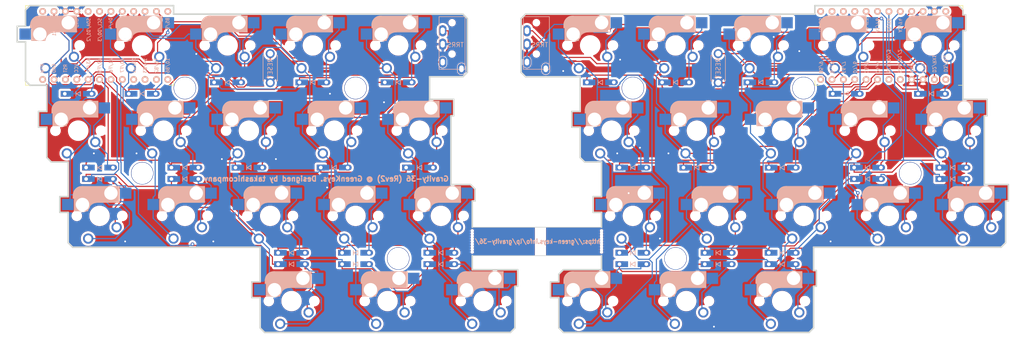
<source format=kicad_pcb>
(kicad_pcb (version 20221018) (generator pcbnew)
  (layers (0 "F.Cu" signal) (31 "B.Cu" signal) (34 "B.Paste" user) (35 "F.Paste" user) (36 "B.SilkS" user "B.Silkscreen") (37 "F.SilkS" user "F.Silkscreen") (38 "B.Mask" user) (39 "F.Mask" user) (44 "Edge.Cuts" user))
  (net 0 "")
  (net 2 "data_R")
  (net 3 "GND1")
  (net 6 "col1_R")
  (net 7 "col2_R")
  (net 8 "col3_R")
  (net 9 "col4_R")
  (net 10 "col5_R")
  (net 16 "row4_R")
  (net 17 "row3_R")
  (net 18 "row2_R")
  (net 19 "row1_R")
  (net 20 "VDD")
  (net 21 "reset_R")
  (net 24 "data_L")
  (net 25 "GND")
  (net 28 "col1_L")
  (net 29 "col2_L")
  (net 30 "col3_L")
  (net 31 "col4_L")
  (net 32 "col5_L")
  (net 38 "row4_L")
  (net 39 "row3_L")
  (net 40 "row2_L")
  (net 41 "row1_L")
  (net 42 "VCC")
  (net 43 "reset_L")
  (net 45 "Net-(D102-A)")
  (net 46 "Net-(D101-A)")
  (net 47 "Net-(D34-A)")
  (net 48 "Net-(D33-A)")
  (net 49 "Net-(D32-A)")
  (net 50 "Net-(D31-A)")
  (net 51 "Net-(D30-A)")
  (net 52 "Net-(D29-A)")
  (net 53 "Net-(D28-A)")
  (net 54 "Net-(D27-A)")
  (net 55 "Net-(D26-A)")
  (net 56 "Net-(D25-A)")
  (net 57 "Net-(D24-A)")
  (net 58 "Net-(D23-A)")
  (net 59 "Net-(D22-A)")
  (net 60 "Net-(D21-A)")
  (net 61 "Net-(D20-A)")
  (net 62 "Net-(D19-A)")
  (net 63 "Net-(D18-A)")
  (net 64 "Net-(D17-A)")
  (net 65 "Net-(D16-A)")
  (net 66 "Net-(D15-A)")
  (net 67 "Net-(D14-A)")
  (net 68 "Net-(D13-A)")
  (net 69 "Net-(D12-A)")
  (net 70 "Net-(D11-A)")
  (net 71 "Net-(D10-A)")
  (net 72 "Net-(D9-A)")
  (net 73 "Net-(D8-A)")
  (net 74 "Net-(D7-A)")
  (net 75 "Net-(D6-A)")
  (net 76 "Net-(D5-A)")
  (net 77 "Net-(D4-A)")
  (net 78 "Net-(D3-A)")
  (net 79 "Net-(D2-A)")
  (net 80 "Net-(D1-A)")
  (footprint "takashicompany:CherryMX_TH-Hotswap" (layer "F.Cu") (at 0 0)
    (fp_text reference "SW1" hide)
    (fp_text value "SW_Push" hide)
  )
  (footprint "takashicompany:CherryMX_TH-Hotswap" (layer "F.Cu") (at 19.05 0)
    (fp_text reference "SW2" hide)
    (fp_text value "SW_Push" hide)
  )
  (footprint "takashicompany:CherryMX_TH-Hotswap" (layer "F.Cu") (at 38.1 0)
    (fp_text reference "SW3" hide)
    (fp_text value "SW_Push" hide)
  )
  (footprint "takashicompany:CherryMX_TH-Hotswap" (layer "F.Cu") (at 57.15 0)
    (fp_text reference "SW4" hide)
    (fp_text value "SW_Push" hide)
  )
  (footprint "takashicompany:CherryMX_TH-Hotswap" (layer "F.Cu") (at 76.2 0)
    (fp_text reference "SW5" hide)
    (fp_text value "SW_Push" hide)
  )
  (footprint "takashicompany:CherryMX_TH-Hotswap" (layer "F.Cu") (at 119.0625 0)
    (fp_text reference "SW6" hide)
    (fp_text value "SW_Push" hide)
  )
  (footprint "takashicompany:CherryMX_TH-Hotswap" (layer "F.Cu") (at 138.1125 0)
    (fp_text reference "SW7" hide)
    (fp_text value "SW_Push" hide)
  )
  (footprint "takashicompany:CherryMX_TH-Hotswap" (layer "F.Cu") (at 157.1625 0)
    (fp_text reference "SW8" hide)
    (fp_text value "SW_Push" hide)
  )
  (footprint "takashicompany:CherryMX_TH-Hotswap" (layer "F.Cu") (at 176.2125 0)
    (fp_text reference "SW9" hide)
    (fp_text value "SW_Push" hide)
  )
  (footprint "takashicompany:CherryMX_TH-Hotswap" (layer "F.Cu") (at 195.2625 0)
    (fp_text reference "SW10" hide)
    (fp_text value "SW_Push" hide)
  )
  (footprint "takashicompany:CherryMX_TH-Hotswap" (layer "F.Cu") (at 4.7625 19.05)
    (fp_text reference "SW11" hide)
    (fp_text value "SW_Push" hide)
  )
  (footprint "takashicompany:CherryMX_TH-Hotswap" (layer "F.Cu") (at 23.8125 19.05)
    (fp_text reference "SW12" hide)
    (fp_text value "SW_Push" hide)
  )
  (footprint "takashicompany:CherryMX_TH-Hotswap" (layer "F.Cu") (at 42.8625 19.05)
    (fp_text reference "SW13" hide)
    (fp_text value "SW_Push" hide)
  )
  (footprint "takashicompany:CherryMX_TH-Hotswap" (layer "F.Cu") (at 61.9125 19.05)
    (fp_text reference "SW14" hide)
    (fp_text value "SW_Push" hide)
  )
  (footprint "takashicompany:CherryMX_TH-Hotswap" (layer "F.Cu") (at 80.9625 19.05)
    (fp_text reference "SW15" hide)
    (fp_text value "SW_Push" hide)
  )
  (footprint "takashicompany:CherryMX_TH-Hotswap" (layer "F.Cu") (at 123.825 19.05)
    (fp_text reference "SW16" hide)
    (fp_text value "SW_Push" hide)
  )
  (footprint "takashicompany:CherryMX_TH-Hotswap" (layer "F.Cu") (at 142.875 19.05)
    (fp_text reference "SW17" hide)
    (fp_text value "SW_Push" hide)
  )
  (footprint "takashicompany:CherryMX_TH-Hotswap" (layer "F.Cu") (at 161.925 19.05)
    (fp_text reference "SW18" hide)
    (fp_text value "SW_Push" hide)
  )
  (footprint "takashicompany:CherryMX_TH-Hotswap" (layer "F.Cu") (at 180.975 19.05)
    (fp_text reference "SW19" hide)
    (fp_text value "SW_Push" hide)
  )
  (footprint "takashicompany:CherryMX_TH-Hotswap" (layer "F.Cu") (at 200.025 19.05)
    (fp_text reference "SW20" hide)
    (fp_text value "SW_Push" hide)
  )
  (footprint "takashicompany:CherryMX_TH-Hotswap" (layer "F.Cu") (at 9.525 38.1)
    (fp_text reference "SW21" hide)
    (fp_text value "SW_Push" hide)
  )
  (footprint "takashicompany:CherryMX_TH-Hotswap" (layer "F.Cu") (at 28.575 38.1)
    (fp_text reference "SW22" hide)
    (fp_text value "SW_Push" hide)
  )
  (footprint "takashicompany:CherryMX_TH-Hotswap" (layer "F.Cu") (at 47.625 38.1)
    (fp_text reference "SW23" hide)
    (fp_text value "SW_Push" hide)
  )
  (footprint "takashicompany:CherryMX_TH-Hotswap" (layer "F.Cu") (at 66.675 38.1)
    (fp_text reference "SW24" hide)
    (fp_text value "SW_Push" hide)
  )
  (footprint "takashicompany:CherryMX_TH-Hotswap" (layer "F.Cu") (at 85.725 38.1)
    (fp_text reference "SW25" hide)
    (fp_text value "SW_Push" hide)
  )
  (footprint "takashicompany:CherryMX_TH-Hotswap" (layer "F.Cu") (at 128.5875 38.1)
    (fp_text reference "SW26" hide)
    (fp_text value "SW_Push" hide)
  )
  (footprint "takashicompany:CherryMX_TH-Hotswap" (layer "F.Cu") (at 147.6375 38.1)
    (fp_text reference "SW27" hide)
    (fp_text value "SW_Push" hide)
  )
  (footprint "takashicompany:CherryMX_TH-Hotswap" (layer "F.Cu") (at 166.6875 38.1)
    (fp_text reference "SW28" hide)
    (fp_text value "SW_Push" hide)
  )
  (footprint "takashicompany:CherryMX_TH-Hotswap" (layer "F.Cu") (at 185.7375 38.1)
    (fp_text reference "SW29" hide)
    (fp_text value "SW_Push" hide)
  )
  (footprint "takashicompany:CherryMX_TH-Hotswap" (layer "F.Cu") (at 204.7875 38.1)
    (fp_text reference "SW30" hide)
    (fp_text value "SW_Push" hide)
  )
  (footprint "takashicompany:CherryMX_TH-Hotswap" (layer "F.Cu") (at 52.3875 57.15)
    (fp_text reference "SW31" hide)
    (fp_text value "SW_Push" hide)
  )
  (footprint "takashicompany:CherryMX_TH-Hotswap" (layer "F.Cu") (at 95.25 57.15)
    (fp_text reference "SW32" hide)
    (fp_text value "SW_Push" hide)
  )
  (footprint "takashicompany:CherryMX_TH-Hotswap" (layer "F.Cu") (at 119.0625 57.15)
    (fp_text reference "SW33" hide)
    (fp_text value "SW_Push" hide)
  )
  (footprint "takashicompany:CherryMX_TH-Hotswap" (layer "F.Cu") (at 161.925 57.15)
    (fp_text reference "SW34" hide)
    (fp_text value "SW_Push" hide)
  )
  (footprint "takashicompany:CherryMX_TH-Hotswap_1.25u" (layer "F.Cu") (at 73.8185 57.15)
    (fp_text reference "SW101" hide)
    (fp_text value "SW_Push" hide)
  )
  (footprint "takashicompany:CherryMX_TH-Hotswap_1.25u" (layer "F.Cu") (at 140.4935 57.15)
    (fp_text reference "SW102" hide)
    (fp_text value "SW_Push" hide)
  )
  (footprint "kbd:HOLE" (layer "F.Cu") (at 28.575 9.525)
    (fp_text reference "Hole2")
    (fp_text value "Val**")
  )
  (footprint "takashicompany:ProMicro_v3.5_print-inside_back" (layer "F.Cu") (at 183.963 0 -90)
    (fp_text reference "U2" hide)
    (fp_text value "ProMicro" hide)
  )
  (footprint "kbd:HOLE" (layer "F.Cu") (at 166.687 9.525)
    (fp_text reference "Hole7")
    (fp_text value "Val**")
  )
  (footprint "kbd:Breakaway_Tabs" (layer "F.Cu") (at 121.5875 43.815 90)
    (fp_text reference "BT2")
    (fp_text value "Breakaway_Tabs")
  )
  (footprint "kbd:HOLE" (layer "F.Cu") (at 66.675 9.525)
    (fp_text reference "Hole3")
    (fp_text value "Val**")
  )
  (footprint "kbd:HOLE" (layer "F.Cu") (at 128.587 9.525)
    (fp_text reference "Hole5")
    (fp_text value "Val**")
  )
  (footprint "kbd:HOLE" (layer "F.Cu") (at 190.5 28.575)
    (fp_text reference "Hole8")
    (fp_text value "Val**")
  )
  (footprint "kbd:HOLE" (layer "F.Cu") (at 138.112 47.625)
    (fp_text reference "Hole6")
    (fp_text value "Val**")
  )
  (footprint "takashicompany:ProMicro_v3.5_print-inside_back" (layer "F.Cu") (at 11.3 0 90)
    (fp_text reference "U1" hide)
    (fp_text value "ProMicro" hide)
  )
  (footprint "kbd:HOLE" (layer "F.Cu") (at 76.2 47.625)
    (fp_text reference "Hole4")
    (fp_text value "Val**")
  )
  (footprint "kbd:Breakaway_Tabs" (layer "F.Cu") (at 92.725 43.815 90)
    (fp_text reference "BT1")
    (fp_text value "Breakaway_Tabs")
  )
  (footprint "kbd:HOLE" (layer "F.Cu") (at 19.05 28.575)
    (fp_text reference "Hole1")
    (fp_text value "Val**")
  )
  (footprint "kbd:D3_TH_SMD_v2" (layer "B.Cu") (at 4.7625 10.8)
    (fp_text reference "D1" hide)
    (fp_text value "DIODE" hide)
  )
  (footprint "kbd:D3_TH_SMD_v2" (layer "B.Cu") (at 19.05 10.8)
    (fp_text reference "D2" hide)
    (fp_text value "DIODE" hide)
  )
  (footprint "kbd:D3_TH_SMD_v2" (layer "B.Cu") (at 38.1 8.25)
    (fp_text reference "D3" hide)
    (fp_text value "DIODE" hide)
  )
  (footprint "kbd:D3_TH_SMD_v2" (layer "B.Cu") (at 57.15 8.25)
    (fp_text reference "D4" hide)
    (fp_text value "DIODE" hide)
  )
  (footprint "kbd:D3_TH_SMD_v2" (layer "B.Cu") (at 76.2 8.25)
    (fp_text reference "D5" hide)
    (fp_text value "DIODE" hide)
  )
  (footprint "kbd:D3_TH_SMD_v2" (layer "B.Cu") (at 121.325 8.25)
    (fp_text reference "D6" hide)
    (fp_text value "DIODE" hide)
  )
  (footprint "kbd:D3_TH_SMD_v2" (layer "B.Cu") (at 138.1125 8.25)
    (fp_text reference "D7" hide)
    (fp_text value "DIODE" hide)
  )
  (footprint "kbd:D3_TH_SMD_v2" (layer "B.Cu") (at 157.1625 8.25)
    (fp_text reference "D8" hide)
    (fp_text value "DIODE" hide)
  )
  (footprint "kbd:D3_TH_SMD_v2" (layer "B.Cu") (at 176.2125 10.8)
    (fp_text reference "D9" hide)
    (fp_text value "DIODE" hide)
  )
  (footprint "kbd:D3_TH_SMD_v2" (layer "B.Cu") (at 195.2625 10.8)
    (fp_text reference "D10" hide)
    (fp_text value "DIODE" hide)
  )
  (footprint "kbd:D3_TH_SMD_v2" (layer "B.Cu") (at 9.525 27.3)
    (fp_text reference "D11" hide)
    (fp_text value "DIODE" hide)
  )
  (footprint "kbd:D3_TH_SMD_v2" (layer "B.Cu") (at 28.575 27.3)
    (fp_text reference "D12" hide)
    (fp_text value "DIODE" hide)
  )
  (footprint "kbd:D3_TH_SMD_v2" (layer "B.Cu") (at 42.8625 27.3)
    (fp_text reference "D13" hide)
    (fp_text value "DIODE" hide)
  )
  (footprint "kbd:D3_TH_SMD_v2" (layer "B.Cu") (at 61.9125 27.3)
    (fp_text reference "D14" hide)
    (fp_text value "DIODE" hide)
  )
  (footprint "kbd:D3_TH_SMD_v2" (layer "B.Cu") (at 80.9625 27.3)
    (fp_text reference "D15" hide)
    (fp_text value "DIODE" hide)
  )
  (footprint "kbd:D3_TH_SMD_v2" (layer "B.Cu") (at 128.5875 27.3)
    (fp_text reference "D16" hide)
    (fp_text value "DIODE" hide)
  )
  (footprint "kbd:D3_TH_SMD_v2" (layer "B.Cu") (at 142.875 27.3)
    (fp_text reference "D17" hide)
    (fp_text value "DIODE" hide)
  )
  (footprint "kbd:D3_TH_SMD_v2" (layer "B.Cu") (at 161.925 27.3)
    (fp_text reference "D18" hide)
    (fp_text value "DIODE" hide)
  )
  (footprint "kbd:D3_TH_SMD_v2" (layer "B.Cu") (at 180.975 27.3)
    (fp_text reference "D19" hide)
    (fp_text value "DIODE" hide)
  )
  (footprint "kbd:D3_TH_SMD_v2" (layer "B.Cu") (at 200.025 27.3)
    (fp_text reference "D20" hide)
    (fp_text value "DIODE" hide)
  )
  (footprint "kbd:D3_TH_SMD_v2" (layer "B.Cu") (at 9.525 29.85)
    (fp_text reference "D21" hide)
    (fp_text value "DIODE" hide)
  )
  (footprint "kbd:D3_TH_SMD_v2" (layer "B.Cu") (at 28.575 29.85)
    (fp_text reference "D22" hide)
    (fp_text value "DIODE" hide)
  )
  (footprint "kbd:D3_TH_SMD_v2" (layer "B.Cu") (at 52.3875 46.35)
    (fp_text reference "D23" hide)
    (fp_text value "DIODE" hide)
  )
  (footprint "kbd:D3_TH_SMD_v2" (layer "B.Cu") (at 66.675 46.35)
    (fp_text reference "D24" hide)
    (fp_text value "DIODE" hide)
  )
  (footprint "kbd:D3_TH_SMD_v2" (layer "B.Cu") (at 85.725 46.35)
    (fp_text reference "D25" hide)
    (fp_text value "DIODE" hide)
  )
  (footprint "kbd:D3_TH_SMD_v2" (layer "B.Cu") (at 128.5875 46.35)
    (fp_text reference "D26" hide)
    (fp_text value "DIODE" hide)
  )
  (footprint "kbd:D3_TH_SMD_v2" (layer "B.Cu") (at 147.6375 46.35)
    (fp_text reference "D27" hide)
    (fp_text value "DIODE" hide)
  )
  (footprint "kbd:D3_TH_SMD_v2" (layer "B.Cu") (at 161.925 46.35)
    (fp_text reference "D28" hide)
    (fp_text value "DIODE" hide)
  )
  (footprint "kbd:D3_TH_SMD_v2" (layer "B.Cu") (at 180.975 29.85)
    (fp_text reference "D29" hide)
    (fp_text value "DIODE" hide)
  )
  (footprint "kbd:D3_TH_SMD_v2" (layer "B.Cu") (at 200.025 29.85)
    (fp_text reference "D30" hide)
    (fp_text value "DIODE" hide)
  )
  (footprint "kbd:D3_TH_SMD_v2" (layer "B.Cu") (at 52.3875 48.9)
    (fp_text reference "D31" hide)
    (fp_text value "DIODE" hide)
  )
  (footprint "kbd:D3_TH_SMD_v2" (layer "B.Cu") (at 85.725 48.9)
    (fp_text reference "D32" hide)
    (fp_text value "DIODE" hide)
  )
  (footprint "kbd:D3_TH_SMD_v2" (layer "B.Cu") (at 128.5875 48.9)
    (fp_text reference "D33" hide)
    (fp_text value "DIODE" hide)
  )
  (footprint "kbd:D3_TH_SMD_v2" (layer "B.Cu") (at 161.925 48.9)
    (fp_text reference "D34" hide)
    (fp_text value "DIODE" hide)
  )
  (footprint "kbd:D3_TH_SMD_v2" (layer "B.Cu") (at 66.675 48.9)
    (fp_text reference "D101" hide)
    (fp_text value "DIODE" hide)
  )
  (footprint "kbd:D3_TH_SMD_v2" (layer "B.Cu") (at 147.6375 48.9)
    (fp_text reference "D102" hide)
    (fp_text value "DIODE" hide)
  )
  (footprint "kbd:MJ-4PP-9_1side" (layer "B.Cu") (at 88.225 -6.58 180)
    (fp_text reference "J1")
    (fp_text value "MJ-4PP-9" hide)
  )
  (footprint "kbd:ResetSW_1side" (layer "B.Cu") (at 147.6375 5.08 90)
    (fp_text reference "RESET_SW2" hide)
    (fp_text value "SW_Push")
  )
  (footprint "kbd:MJ-4PP-9_1side" (layer "B.Cu") (at 107.0375 -6.58 180)
    (fp_text reference "J2")
    (fp_text value "MJ-4PP-9" hide)
  )
  (footprint "kbd:ResetSW_1side" (layer "B.Cu") (at 47.625 5.08 90)
    (fp_text reference "RESET_SW1" hide)
    (fp_text value "SW_Push")
  )
  (gr_line (start 87.9625 31.099992) (end 87.9625 15.719987) (stroke (width 0.35)) (layer "Edge.Cuts"))
  (gr_line (start 116.824994 18.259992) (end 116.824994 25.049998) (stroke (width 0.35)) (layer "Edge.Cuts"))
  (gr_line (start 26.05 -8.9) (end -5.999985 -8.9) (stroke (width 0.35)) (layer "Edge.Cuts"))
  (gr_curve (pts (xy 90.625001 6.999998) (xy 91.015525 6.609474) (xy 91.234477 6.390523) (xy 91.625001 5.999998)) (stroke (width 0.35)) (layer "Edge.Cuts"))
  (gr_curve (pts (xy 91.625001 -6.000008) (xy 91.234477 -6.390533) (xy 91.015525 -6.609484) (xy 90.625001 -7.000008)) (stroke (width 0.35)) (layer "Edge.Cuts"))
  (gr_curve (pts (xy 45.387494 63.149977) (xy 45.778018 63.540501) (xy 45.996969 63.759453) (xy 46.387494 64.149977)) (stroke (width 0.35)) (layer "Edge.Cuts"))
  (gr_line (start 92.725 40.64) (end 121.587494 40.64) (stroke (width 0.15)) (layer "Edge.Cuts"))
  (gr_line (start 0.665008 37.309992) (end 2.525015 37.309992) (stroke (width 0.35)) (layer "Edge.Cuts"))
  (gr_curve (pts (xy -6.999985 7.89999) (xy -6.609461 8.290514) (xy -6.390509 8.509466) (xy -5.999985 8.89999)) (stroke (width 0.35)) (layer "Edge.Cuts"))
  (gr_line (start -8.859992 -0.790008) (end -6.999985 -0.790008) (stroke (width 0.35)) (layer "Edge.Cuts"))
  (gr_line (start 83.2 6.999998) (end 90.625001 6.999998) (stroke (width 0.35)) (layer "Edge.Cuts"))
  (gr_line (start 207.024979 31.099992) (end 207.024979 15.719987) (stroke (width 0.35)) (layer "Edge.Cuts"))
  (gr_line (start -6.999985 -4.29001) (end -8.859992 -4.29001) (stroke (width 0.35)) (layer "Edge.Cuts"))
  (gr_line (start 121.587494 46.99) (end 92.725 46.99) (stroke (width 0.15)) (layer "Edge.Cuts"))
  (gr_line (start 102.25 53.819987) (end 102.866995 53.819987) (stroke (width 0.35)) (layer "Edge.Cuts"))
  (gr_line (start 112.062494 51.149992) (end 112.062494 52.85999) (stroke (width 0.35)) (layer "Edge.Cuts"))
  (gr_line (start -4.097492 14.75999) (end -4.097492 18.259992) (stroke (width 0.35)) (layer "Edge.Cuts"))
  (gr_line (start 110.202487 52.85999) (end 110.202487 56.359992) (stroke (width 0.35)) (layer "Edge.Cuts"))
  (gr_line (start 90.625001 -7.000008) (end 26.05 -7.000008) (stroke (width 0.35)) (layer "Edge.Cuts"))
  (gr_line (start 212.404495 34.769987) (end 212.404495 31.099992) (stroke (width 0.35)) (layer "Edge.Cuts"))
  (gr_line (start 45.387494 52.85999) (end 43.527508 52.85999) (stroke (width 0.35)) (layer "Edge.Cuts"))
  (gr_line (start 46.387494 64.149977) (end 101.25 64.149977) (stroke (width 0.35)) (layer "Edge.Cuts"))
  (gr_line (start 114.964987 14.75999) (end 114.964987 18.259992) (stroke (width 0.35)) (layer "Edge.Cuts"))
  (gr_line (start 0.665008 33.80999) (end 0.665008 37.309992) (stroke (width 0.35)) (layer "Edge.Cuts"))
  (gr_line (start 2.525015 26.049998) (end 2.525015 33.80999) (stroke (width 0.35)) (layer "Edge.Cuts"))
  (gr_line (start -4.097492 18.259992) (end -2.237485 18.259992) (stroke (width 0.35)) (layer "Edge.Cuts"))
  (gr_line (start 207.641995 15.719987) (end 207.641995 12.049992) (stroke (width 0.35)) (layer "Edge.Cuts"))
  (gr_line (start 202.262996 12.049992) (end 202.262996 -3.330013) (stroke (width 0.35)) (layer "Edge.Cuts"))
  (gr_line (start 26.05 -7.000008) (end 26.05 -8.9) (stroke (width 0.35)) (layer "Edge.Cuts"))
  (gr_curve (pts (xy 113.062494 50.149992) (xy 112.671969 50.540516) (xy 112.453018 50.759467) (xy 112.062494 51.149992)) (stroke (width 0.35)) (layer "Edge.Cuts"))
  (gr_line (start 211.787479 34.769987) (end 212.404495 34.769987) (stroke (width 0.35)) (layer "Edge.Cuts"))
  (gr_line (start 211.787479 44.099998) (end 211.787479 34.769987) (stroke (width 0.35)) (layer "Edge.Cuts"))
  (gr_curve (pts (xy 93.341995 32.099992) (xy 92.951471 31.709467) (xy 92.73252 31.490516) (xy 92.341995 31.099992)) (stroke (width 0.35)) (layer "Edge.Cuts"))
  (gr_line (start 121.587494 50.149992) (end 113.062494 50.149992) (stroke (width 0.35)) (layer "Edge.Cuts"))
  (gr_line (start 121.587494 26.049998) (end 121.587494 33.80999) (stroke (width 0.35)) (layer "Edge.Cuts"))
  (gr_line (start 45.387494 56.359992) (end 45.387494 63.149977) (stroke (width 0.35)) (layer "Edge.Cuts"))
  (gr_line (start 121.587494 37.309992) (end 121.587494 40.64) (stroke (width 0.35)) (layer "Edge.Cuts"))
  (gr_line (start 119.727487 37.309992) (end 121.587494 37.309992) (stroke (width 0.35)) (layer "Edge.Cuts"))
  (gr_line (start 113.062494 64.149977) (end 167.924979 64.149977) (stroke (width 0.35)) (layer "Edge.Cuts"))
  (gr_curve (pts (xy 112.062494 63.149977) (xy 112.453018 63.540501) (xy 112.671969 63.759453) (xy 113.062494 64.149977)) (stroke (width 0.35)) (layer "Edge.Cuts"))
  (gr_curve (pts (xy -5.999985 -8.9) (xy -6.390509 -8.509476) (xy -6.609461 -8.290524) (xy -6.999985 -7.9)) (stroke (width 0.35)) (layer "Edge.Cuts"))
  (gr_line (start 43.527508 52.85999) (end 43.527508 56.359992) (stroke (width 0.35)) (layer "Edge.Cuts"))
  (gr_line (start 92.725 34.769987) (end 93.341995 34.769987) (stroke (width 0.35)) (layer "Edge.Cuts"))
  (gr_line (start 88.579495 15.719987) (end 88.579495 12.049992) (stroke (width 0.35)) (layer "Edge.Cuts"))
  (gr_line (start -2.237485 18.259992) (end -2.237485 25.049998) (stroke (width 0.35)) (layer "Edge.Cuts"))
  (gr_line (start 201.262996 -8.9) (end 169.212989 -8.9) (stroke (width 0.35)) (layer "Edge.Cuts"))
  (gr_line (start 2.525015 33.80999) (end 0.665008 33.80999) (stroke (width 0.35)) (layer "Edge.Cuts"))
  (gr_line (start 121.587494 33.80999) (end 119.727487 33.80999) (stroke (width 0.35)) (layer "Edge.Cuts"))
  (gr_line (start 207.641995 12.049992) (end 202.262996 12.049992) (stroke (width 0.35)) (layer "Edge.Cuts"))
  (gr_line (start 116.824994 6.999998) (end 116.824994 14.75999) (stroke (width 0.35)) (layer "Edge.Cuts"))
  (gr_curve (pts (xy 101.25 64.149977) (xy 101.640525 63.759453) (xy 101.859476 63.540501) (xy 102.25 63.149977)) (stroke (width 0.35)) (layer "Edge.Cuts"))
  (gr_line (start 112.062494 52.85999) (end 110.202487 52.85999) (stroke (width 0.35)) (layer "Edge.Cuts"))
  (gr_line (start 2.525015 37.309992) (end 2.525015 44.099998) (stroke (width 0.35)) (layer "Edge.Cuts"))
  (gr_line (start 92.341995 31.099992) (end 87.9625 31.099992) (stroke (width 0.35)) (layer "Edge.Cuts"))
  (gr_line (start 103.637493 -6.000008) (end 103.637493 5.999998) (stroke (width 0.35)) (layer "Edge.Cuts"))
  (gr_curve (pts (xy 167.924979 64.149977) (xy 168.315503 63.759453) (xy 168.534455 63.540501) (xy 168.924979 63.149977)) (stroke (width 0.35)) (layer "Edge.Cuts"))
  (gr_line (start 93.341995 34.769987) (end 93.341995 32.099992) (stroke (width 0.35)) (layer "Edge.Cuts"))
  (gr_curve (pts (xy 116.824994 25.049998) (xy 117.215518 25.440523) (xy 117.434469 25.659474) (xy 117.824994 26.049998)) (stroke (width 0.35)) (layer "Edge.Cuts"))
  (gr_line (start 43.527508 56.359992) (end 45.387494 56.359992) (stroke (width 0.35)) (layer "Edge.Cuts"))
  (gr_line (start -6.999985 -0.790008) (end -6.999985 7.89999) (stroke (width 0.35)) (layer "Edge.Cuts"))
  (gr_line (start 168.924979 50.319986) (end 168.924979 45.099998) (stroke (width 0.35)) (layer "Edge.Cuts"))
  (gr_line (start 119.727487 33.80999) (end 119.727487 37.309992) (stroke (width 0.35)) (layer "Edge.Cuts"))
  (gr_line (start 168.924979 45.099998) (end 210.787479 45.099998) (stroke (width 0.35)) (layer "Edge.Cuts"))
  (gr_curve (pts (xy 103.637493 5.999998) (xy 104.028017 6.390523) (xy 104.246969 6.609474) (xy 104.637493 6.999998)) (stroke (width 0.35)) (layer "Edge.Cuts"))
  (gr_line (start 110.202487 56.359992) (end 112.062494 56.359992) (stroke (width 0.35)) (layer "Edge.Cuts"))
  (gr_line (start 212.404495 31.099992) (end 207.024979 31.099992) (stroke (width 0.35)) (layer "Edge.Cuts"))
  (gr_curve (pts (xy 2.525015 44.099998) (xy 2.915539 44.490523) (xy 3.134491 44.709474) (xy 3.525015 45.099998)) (stroke (width 0.35)) (layer "Edge.Cuts"))
  (gr_line (start 168.924979 53.819987) (end 169.541995 53.819987) (stroke (width 0.35)) (layer "Edge.Cuts"))
  (gr_line (start -8.859992 -4.29001) (end -8.859992 -0.790008) (stroke (width 0.35)) (layer "Edge.Cuts"))
  (gr_line (start 91.625001 5.999998) (end 91.625001 -6.000008) (stroke (width 0.35)) (layer "Edge.Cuts"))
  (gr_line (start 3.525015 45.099998) (end 45.387494 45.099998) (stroke (width 0.35)) (layer "Edge.Cuts"))
  (gr_line (start 92.725 50.149992) (end 92.725 46.99) (stroke (width 0.35)) (layer "Edge.Cuts"))
  (gr_line (start 169.541995 50.319986) (end 168.924979 50.319986) (stroke (width 0.35)) (layer "Edge.Cuts"))
  (gr_line (start 117.824994 26.049998) (end 121.587494 26.049998) (stroke (width 0.35)) (layer "Edge.Cuts"))
  (gr_line (start 114.964987 18.259992) (end 116.824994 18.259992) (stroke (width 0.35)) (layer "Edge.Cuts"))
  (gr_line (start 169.212989 -7.000008) (end 104.637493 -7.000008) (stroke (width 0.35)) (layer "Edge.Cuts"))
  (gr_line (start -5.999985 8.89999) (end -2.237485 8.89999) (stroke (width 0.35)) (layer "Edge.Cuts"))
  (gr_curve (pts (xy 202.262996 -7.9) (xy 201.872471 -8.290524) (xy 201.65352 -8.509476) (xy 201.262996 -8.9)) (stroke (width 0.35)) (layer "Edge.Cuts"))
  (gr_line (start 45.387494 45.099998) (end 45.387494 52.85999) (stroke (width 0.35)) (layer "Edge.Cuts"))
  (gr_line (start 202.262996 -3.330013) (end 202.879495 -3.330013) (stroke (width 0.35)) (layer "Edge.Cuts"))
  (gr_curve (pts (xy -2.237485 25.049998) (xy -1.846961 25.440523) (xy -1.628009 25.659474) (xy -1.237485 26.049998)) (stroke (width 0.35)) (layer "Edge.Cuts"))
  (gr_line (start 169.541995 53.819987) (end 169.541995 50.319986) (stroke (width 0.35)) (layer "Edge.Cuts"))
  (gr_curve (pts (xy 210.787479 45.099998) (xy 211.178003 44.709474) (xy 211.396955 44.490523) (xy 211.787479 44.099998)) (stroke (width 0.35)) (layer "Edge.Cuts"))
  (gr_line (start 202.879495 -3.330013) (end 202.879495 -6.830014) (stroke (width 0.35)) (layer "Edge.Cuts"))
  (gr_line (start 83.2 12.049992) (end 83.2 6.999998) (stroke (width 0.35)) (layer "Edge.Cuts"))
  (gr_line (start 207.024979 15.719987) (end 207.641995 15.719987) (stroke (width 0.35)) (layer "Edge.Cuts"))
  (gr_line (start 102.866995 53.819987) (end 102.866995 50.149992) (stroke (width 0.35)) (layer "Edge.Cuts"))
  (gr_line (start 116.824994 14.75999) (end 114.964987 14.75999) (stroke (width 0.35)) (layer "Edge.Cuts"))
  (gr_line (start 121.587494 46.99) (end 121.587494 50.149992) (stroke (width 0.35)) (layer "Edge.Cuts"))
  (gr_line (start 102.866995 50.149992) (end 92.725 50.149992) (stroke (width 0.35)) (layer "Edge.Cuts"))
  (gr_line (start 169.212989 -8.9) (end 169.212989 -7.000008) (stroke (width 0.35)) (layer "Edge.Cuts"))
  (gr_line (start 87.9625 15.719987) (end 88.579495 15.719987) (stroke (width 0.35)) (layer "Edge.Cuts"))
  (gr_line (start 202.262996 -6.830014) (end 202.262996 -7.9) (stroke (width 0.35)) (layer "Edge.Cuts"))
  (gr_line (start 102.25 63.149977) (end 102.25 53.819987) (stroke (width 0.35)) (layer "Edge.Cuts"))
  (gr_line (start 202.879495 -6.830014) (end 202.262996 -6.830014) (stroke (width 0.35)) (layer "Edge.Cuts"))
  (gr_line (start -1.237485 26.049998) (end 2.525015 26.049998) (stroke (width 0.35)) (layer "Edge.Cuts"))
  (gr_line (start 92.725 40.64) (end 92.725 34.769987) (stroke (width 0.35)) (layer "Edge.Cuts"))
  (gr_line (start 104.637493 6.999998) (end 116.824994 6.999998) (stroke (width 0.35)) (layer "Edge.Cuts"))
  (gr_line (start 112.062494 56.359992) (end 112.062494 63.149977) (stroke (width 0.35)) (layer "Edge.Cuts"))
  (gr_line (start -6.999985 -7.9) (end -6.999985 -4.29001) (stroke (width 0.35)) (layer "Edge.Cuts"))
  (gr_curve (pts (xy 104.637493 -7.000008) (xy 104.246969 -6.609484) (xy 104.028017 -6.390533) (xy 103.637493 -6.000008)) (stroke (width 0.35)) (layer "Edge.Cuts"))
  (gr_line (start 88.579495 12.049992) (end 83.2 12.049992) (stroke (width 0.35)) (layer "Edge.Cuts"))
  (gr_line (start -2.237485 8.89999) (end -2.237485 14.75999) (stroke (width 0.35)) (layer "Edge.Cuts"))
  (gr_line (start 168.924979 63.149977) (end 168.924979 53.819987) (stroke (width 0.35)) (layer "Edge.Cuts"))
  (gr_line (start -2.237485 14.75999) (end -4.097492 14.75999) (stroke (width 0.35)) (layer "Edge.Cuts"))
  (gr_text "Gravity-36 (Rev2) @ GreenKeys. Designed by takashicompany" (at 87.63 30.48) (layer "B.SilkS") (effects (font (size 1.15 1.15) (thickness 0.2875) bold) (justify left bottom mirror)))
  (gr_text "https://green-keys.info/lp/gravity-36/" (at 107.315 43.815) (layer "B.SilkS") (effects (font (size 1 0.9) (thickness 0.225) bold) (justify mirror)))
  (segment (start 106.1644 -3.28) (end 112.1213 2.6769) (width 0.25) (layer "F.Cu") (net 2))
  (segment (start 155.6313 3.0505) (end 157.2096 4.6288) (width 0.25) (layer "F.Cu") (net 2))
  (segment (start 152.364 4.0872) (end 153.4007 3.0505) (width 0.25) (layer "F.Cu") (net 2))
  (segment (start 112.1213 2.6769) (end 119.1271 2.6769) (width 0.25) (layer "F.Cu") (net 2))
  (segment (start 157.2096 4.6288) (end 162.4698 4.6288) (width 0.25) (layer "F.Cu") (net 2))
  (segment (start 153.4007 3.0505) (end 155.6313 3.0505) (width 0.25) (layer "F.Cu") (net 2))
  (segment (start 134.8436 3.5397) (end 136.5722 3.5397) (width 0.25) (layer "F.Cu") (net 2))
  (segment (start 134.3118 4.0715) (end 134.8436 3.5397) (width 0.25) (layer "F.Cu") (net 2))
  (segment (start 175.8043 4.0872) (end 190.473 4.0872) (width 0.25) (layer "F.Cu") (net 2))
  (segment (start 137.1197 4.0872) (end 152.364 4.0872) (width 0.25) (layer "F.Cu") (net 2))
  (segment (start 190.473 4.0872) (end 191.5101 3.0501) (width 0.25) (layer "F.Cu") (net 2))
  (segment (start 119.1271 2.6769) (end 120.5217 4.0715) (width 0.25) (layer "F.Cu") (net 2))
  (segment (start 136.5722 3.5397) (end 137.1197 4.0872) (width 0.25) (layer "F.Cu") (net 2))
  (segment (start 120.5217 4.0715) (end 134.3118 4.0715) (width 0.25) (layer "F.Cu") (net 2))
  (segment (start 195.901 5.3926) (end 195.901 7.6114) (width 0.25) (layer "F.Cu") (net 2))
  (segment (start 191.5101 3.0501) (end 193.5585 3.0501) (width 0.25) (layer "F.Cu") (net 2))
  (segment (start 174.7634 3.0463) (end 175.8043 4.0872) (width 0.25) (layer "F.Cu") (net 2))
  (segment (start 193.5585 3.0501) (end 195.901 5.3926) (width 0.25) (layer "F.Cu") (net 2))
  (segment (start 164.0523 3.0463) (end 174.7634 3.0463) (width 0.25) (layer "F.Cu") (net 2))
  (segment (start 162.4698 4.6288) (end 164.0523 3.0463) (width 0.25) (layer "F.Cu") (net 2))
  (segment (start 104.9375 -3.28) (end 106.1644 -3.28) (width 0.25) (layer "F.Cu") (net 2))
  (segment (start 133.875 5.5319) (end 119.1239 5.5319) (width 0.25) (layer "F.Cu") (net 3))
  (segment (start 164.2603 3.5482) (end 162.6778 5.1307) (width 0.25) (layer "F.Cu") (net 3))
  (segment (start 193.361 7.6114) (end 194.2507 6.7217) (width 0.25) (layer "F.Cu") (net 3))
  (segment (start 188.5874 -2.7466) (end 188.5874 0.6457) (width 0.25) (layer "F.Cu") (net 3))
  (segment (start 188.5874 0.6457) (end 189.5186 1.5769) (width 0.25) (layer "F.Cu") (net 3))
  (segment (start 190.939 4.6025) (end 175.3557 4.6025) (width 0.25) (layer "F.Cu") (net 3))
  (segment (start 195.901 -7.6086) (end 193.4305 -5.1381) (width 0.25) (layer "F.Cu") (net 3))
  (segment (start 191.9895 3.552) (end 190.939 4.6025) (width 0.25) (layer "F.Cu") (net 3))
  (segment (start 197.0622 8.1137) (end 196.4103 8.7656) (width 0.25) (layer "F.Cu") (net 3))
  (segment (start 196.4103 8.7656) (end 194.5152 8.7656) (width 0.25) (layer "F.Cu") (net 3))
  (segment (start 194.2507 6.7217) (end 194.2507 4.4542) (width 0.25) (layer "F.Cu") (net 3))
  (segment (start 192.852 1.5769) (end 197.0622 5.7871) (width 0.25) (layer "F.Cu") (net 3))
  (segment (start 155.3503 3.5539) (end 153.9792 3.5539) (width 0.25) (layer "F.Cu") (net 3))
  (segment (start 147.6375 8.33) (end 146.396 7.0885) (width 0.25) (layer "F.Cu") (net 3))
  (segment (start 119.1239 5.5319) (end 117.1521 3.5601) (width 0.25) (layer "F.Cu") (net 3))
  (segment (start 162.6778 5.1307) (end 156.9271 5.1307) (width 0.25) (layer "F.Cu") (net 3))
  (segment (start 190.9789 -5.1381) (end 188.5874 -2.7466) (width 0.25) (layer "F.Cu") (net 3))
  (segment (start 193.4305 -5.1381) (end 190.9789 -5.1381) (width 0.25) (layer "F.Cu") (net 3))
  (segment (start 193.3485 3.552) (end 191.9895 3.552) (width 0.25) (layer "F.Cu") (net 3))
  (segment (start 194.5152 8.7656) (end 193.361 7.6114) (width 0.25) (layer "F.Cu") (net 3))
  (segment (start 112.1275 3.5601) (end 108.2874 -0.28) (width 0.25) (layer "F.Cu") (net 3))
  (segment (start 190.821 7.6114) (end 193.361 7.6114) (width 0.25) (layer "F.Cu") (net 3))
  (segment (start 189.5186 1.5769) (end 192.852 1.5769) (width 0.25) (layer "F.Cu") (net 3))
  (segment (start 153.9792 3.5539) (end 149.2031 8.33) (width 0.25) (layer "F.Cu") (net 3))
  (segment (start 174.3014 3.5482) (end 164.2603 3.5482) (width 0.25) (layer "F.Cu") (net 3))
  (segment (start 175.3557 4.6025) (end 174.3014 3.5482) (width 0.25) (layer "F.Cu") (net 3))
  (segment (start 117.1521 3.5601) (end 112.1275 3.5601) (width 0.25) (layer "F.Cu") (net 3))
  (segment (start 149.2031 8.33) (end 147.6375 8.33) (width 0.25) (layer "F.Cu") (net 3))
  (segment (start 108.2874 -0.28) (end 104.9375 -0.28) (width 0.25) (layer "F.Cu") (net 3))
  (segment (start 194.2507 4.4542) (end 193.3485 3.552) (width 0.25) (layer "F.Cu") (net 3))
  (segment (start 135.4316 7.0885) (end 133.875 5.5319) (width 0.25) (layer "F.Cu") (net 3))
  (segment (start 156.9271 5.1307) (end 155.3503 3.5539) (width 0.25) (layer "F.Cu") (net 3))
  (segment (start 197.0622 5.7871) (end 197.0622 8.1137) (width 0.25) (layer "F.Cu") (net 3))
  (segment (start 146.396 7.0885) (end 135.4316 7.0885) (width 0.25) (layer "F.Cu") (net 3))
  (via (at 146.685 62.865) (size 0.8) (drill 0.4) (layers "F.Cu" "B.Cu") (net 3))
  (via (at 160.02 -1.905) (size 0.8) (drill 0.4) (layers "F.Cu" "B.Cu") (net 3))
  (via (at 136.525 24.13) (size 0.8) (drill 0.4) (layers "F.Cu" "B.Cu") (net 3))
  (via (at 165.735 1.27) (size 0.8) (drill 0.4) (layers "F.Cu" "B.Cu") (net 3))
  (via (at 113.03 5.715) (size 0.8) (drill 0.4) (layers "F.Cu" "B.Cu") (net 3))
  (via (at 172.72 43.815) (size 0.8) (drill 0.4) (layers "F.Cu" "B.Cu") (net 3))
  (via (at 130.175 22.86) (size 0.8) (drill 0.4) (layers "F.Cu" "B.Cu") (net 3))
  (via (at 125.095 24.13) (size 0.8) (drill 0.4) (layers "F.Cu" "B.Cu") (net 3))
  (via (at 127.635 33.02) (size 0.8) (drill 0.4) (layers "F.Cu" "B.Cu") (net 3))
  (via (at 125.73 3.175) (size 0.8) (drill 0.4) (layers "F.Cu" "B.Cu") (net 3))
  (via (at 134.62 43.18) (size 0.8) (drill 0.4) (layers "F.Cu" "B.Cu") (net 3))
  (segment (start 178.5545 9.7668) (end 181.0456 9.7668) (width 0.25) (layer "F.Cu") (net 6))
  (segment (start 162.2582 22.5599) (end 165.2428 19.5753) (width 0.25) (layer "F.Cu") (net 6))
  (segment (start 153.7885 25.6499) (end 156.8785 22.5599) (width 0.25) (layer "F.Cu") (net 6))
  (segment (start 171.2778 12.5203) (end 175.801 12.5203) (width 0.25) (layer "F.Cu") (net 6))
  (segment (start 165.2428 18.5553) (end 171.2778 12.5203) (width 0.25) (layer "F.Cu") (net 6))
  (segment (start 165.2428 19.5753) (end 165.2428 18.5553) (width 0.25) (layer "F.Cu") (net 6))
  (segment (start 175.801 12.5203) (end 178.5545 9.7668) (width 0.25) (layer "F.Cu") (net 6))
  (segment (start 121.285 24.13) (end 122.8049 25.6499) (width 0.25) (layer "F.Cu") (net 6))
  (segment (start 156.8785 22.5599) (end 162.2582 22.5599) (width 0.25) (layer "F.Cu") (net 6))
  (segment (start 122.8049 25.6499) (end 153.7885 25.6499) (width 0.25) (layer "F.Cu") (net 6))
  (segment (start 181.0456 9.7668) (end 183.201 7.6114) (width 0.25) (layer "F.Cu") (net 6))
  (segment (start 123.9755 33.087) (end 123.9755 28.3317) (width 0.25) (layer "B.Cu") (net 6))
  (segment (start 120.6269 9.2994) (end 124.9677 9.2994) (width 0.25) (layer "B.Cu") (net 6))
  (segment (start 114.1249 52.4626) (end 118.1969 52.4626) (width 0.25) (layer "B.Cu") (net 6))
  (segment (start 129.7787 6.6481) (end 132.8551 9.7245) (width 0.25) (layer "B.Cu") (net 6))
  (segment (start 120.6269 7.4187) (end 120.6269 9.2994) (width 0.25) (layer "B.Cu") (net 6))
  (segment (start 122.243 61.2099) (end 121.3526 60.3195) (width 0.25) (layer "B.Cu") (net 6))
  (segment (start 116.5225 5.08) (end 118.2882 5.08) (width 0.25) (layer "B.Cu") (net 6))
  (segment (start 128.1375 45.27) (end 128.1375 46.0796) (width 0.25) (layer "B.Cu") (net 6))
  (segment (start 132.9081 48.5118) (end 132.9081 51.8039) (width 0.25) (layer "B.Cu") (net 6))
  (segment (start 127.3954 6.6481) (end 129.7787 6.6481) (width 0.25) (layer "B.Cu") (net 6))
  (segment (start 129.8615 47.8036) (end 132.1999 47.8036) (width 0.25) (layer "B.Cu") (net 6))
  (segment (start 136.1094 43.8941) (end 132.1999 47.8036) (width 0.25) (layer "B.Cu") (net 6))
  (segment (start 123.9755 28.3317) (end 123.9755 26.8205) (width 0.25) (layer "B.Cu") (net 6))
  (segment (start 116.5225 62.23) (end 119.4421 62.23) (width 0.25) (layer "B.Cu") (net 6))
  (segment (start 118.2882 5.08) (end 120.6269 7.4187) (width 0.25) (layer "B.Cu") (net 6))
  (segment (start 111.9775 54.61) (end 114.1249 52.4626) (width 0.25) (layer "B.Cu") (net 6))
  (segment (start 120.6269 9.2994) (end 120.6269 12.6231) (width 0.25) (layer "B.Cu") (net 6))
  (segment (start 121.7506 56.0163) (end 121.7506 58.6625) (width 0.25) (layer "B.Cu") (net 6))
  (segment (start 124.9677 9.2994) (end 125.7101 8.557) (width 0.25) (layer "B.Cu") (net 6))
  (segment (start 132.8001 28.3317) (end 136.1094 31.641) (width 0.25) (layer "B.Cu") (net 6))
  (segment (start 121.3526 59.0605) (end 121.3526 60.3195) (width 0.25) (layer "B.Cu") (net 6))
  (segment (start 121.7506 58.6625) (end 121.3526 59.0605) (width 0.25) (layer "B.Cu") (net 6))
  (segment (start 132.8551 28.2767) (end 132.8001 28.3317) (width 0.25) (layer "B.Cu") (net 6))
  (segment (start 132.8551 9.7245) (end 132.8551 28.2767) (width 0.25) (layer "B.Cu") (net 6))
  (segment (start 125.7101 8.3334) (end 127.3954 6.6481) (width 0.25) (layer "B.Cu") (net 6))
  (segment (start 111.9775 0.535) (end 111.9775 -2.54) (width 0.25) (layer "B.Cu") (net 6))
  (segment (start 120.6269 12.6231) (end 116.74 16.51) (width 0.25) (layer "B.Cu") (net 6))
  (segment (start 121.5025 35.56) (end 123.9755 33.087) (width 0.25) (layer "B.Cu") (net 6))
  (segment (start 116.5225 5.08) (end 111.9775 0.535) (width 0.25) (layer "B.Cu") (net 6))
  (segment (start 132.1999 47.8036) (end 132.9081 48.5118) (width 0.25) (layer "B.Cu") (net 6))
  (segment (start 128.1375 46.0796) (end 129.8615 47.8036) (width 0.25) (layer "B.Cu") (net 6))
  (segment (start 125.7101 8.557) (end 125.7101 8.3334) (width 0.25) (layer "B.Cu") (net 6))
  (segment (start 126.0475 43.18) (end 128.1375 45.27) (width 0.25) (layer "B.Cu") (net 6))
  (segment (start 123.5021 61.2099) (end 122.243 61.2099) (width 0.25) (layer "B.Cu") (net 6))
  (segment (start 123.9755 26.8205) (end 121.285 24.13) (width 0.25) (layer "B.Cu") (net 6))
  (segment (start 118.1969 52.4626) (end 121.7506 56.0163) (width 0.25) (layer "B.Cu") (net 6))
  (segment (start 132.8001 28.3317) (end 123.9755 28.3317) (width 0.25) (layer "B.Cu") (net 6))
  (segment (start 119.4421 62.23) (end 121.3526 60.3195) (width 0.25) (layer "B.Cu") (net 6))
  (segment (start 132.9081 51.8039) (end 123.5021 61.2099) (width 0.25) (layer "B.Cu") (net 6))
  (segment (start 136.1094 31.641) (end 136.1094 43.8941) (width 0.25) (layer "B.Cu") (net 6))
  (segment (start 165.3817 16.1061) (end 160.9268 16.1061) (width 0.25) (layer "F.Cu") (net 7))
  (segment (start 179.517 8.7554) (end 177.8884 8.7554) (width 0.25) (layer "F.Cu") (net 7))
  (segment (start 156.7076 14.3784) (end 146.956 24.13) (width 0.25) (layer "F.Cu") (net 7))
  (segment (start 160.9268 16.1061) (end 159.1991 14.3784) (width 0.25) (layer "F.Cu") (net 7))
  (segment (start 172.2286 9.2592) (end 165.3817 16.1061) (width 0.25) (layer "F.Cu") (net 7))
  (segment (start 177.3846 9.2592) (end 172.2286 9.2592) (width 0.25) (layer "F.Cu") (net 7))
  (segment (start 177.8884 8.7554) (end 177.3846 9.2592) (width 0.25) (layer "F.Cu") (net 7))
  (segment (start 180.661 7.6114) (end 179.517 8.7554) (width 0.25) (layer "F.Cu") (net 7))
  (segment (start 146.956 24.13) (end 140.335 24.13) (width 0.25) (layer "F.Cu") (net 7))
  (segment (start 159.1991 14.3784) (end 156.7076 14.3784) (width 0.25) (layer "F.Cu") (net 7))
  (segment (start 135.79 14.8831) (end 133.8466 12.9397) (width 0.25) (layer "B.Cu") (net 7))
  (segment (start 141.7907 39.8732) (end 140.5525 38.635) (width 0.25) (layer "B.Cu") (net 7))
  (segment (start 135.79 16.51) (end 135.79 14.8831) (width 0.25) (layer "B.Cu") (net 7))
  (segment (start 141.7907 39.8732) (end 133.8381 47.8258) (width 0.25) (layer "B.Cu") (net 7))
  (segment (start 140.5525 33.9331) (end 142.2128 32.2728) (width 0.25) (layer "B.Cu") (net 7))
  (segment (start 137.9535 62.23) (end 133.4085 57.685) (width 0.25) (layer "B.Cu") (net 7))
  (segment (start 140.5525 38.635) (end 140.5525 35.56) (width 0.25) (layer "B.Cu") (net 7))
  (segment (start 131.0275 0.535) (end 131.0275 -2.54) (width 0.25) (layer "B.Cu") (net 7))
  (segment (start 133.4085 54.61) (end 133.4085 52.9831) (width 0.25) (layer "B.Cu") (net 7))
  (segment (start 133.8466 12.9397) (end 133.8466 6.8059) (width 0.25) (layer "B.Cu") (net 7))
  (segment (start 135.5725 5.08) (end 131.0275 0.535) (width 0.25) (layer "B.Cu") (net 7))
  (segment (start 135.79 19.585) (end 135.79 16.51) (width 0.25) (layer "B.Cu") (net 7))
  (segment (start 142.2128 26.0078) (end 140.335 24.13) (width 0.25) (layer "B.Cu") (net 7))
  (segment (start 133.8381 52.5535) (end 133.4085 52.9831) (width 0.25) (layer "B.Cu") (net 7))
  (segment (start 133.8466 6.8059) (end 135.5725 5.08) (width 0.25) (layer "B.Cu") (net 7))
  (segment (start 140.5525 35.56) (end 140.5525 33.9331) (width 0.25) (layer "B.Cu") (net 7))
  (segment (start 133.8381 47.8258) (end 133.8381 52.5535) (width 0.25) (layer "B.Cu") (net 7))
  (segment (start 140.335 24.13) (end 135.79 19.585) (width 0.25) (layer "B.Cu") (net 7))
  (segment (start 145.0975 43.18) (end 141.7907 39.8732) (width 0.25) (layer "B.Cu") (net 7))
  (segment (start 133.4085 57.685) (end 133.4085 54.61) (width 0.25) (layer "B.Cu") (net 7))
  (segment (start 142.2128 32.2728) (end 142.2128 26.0078) (width 0.25) (layer "B.Cu") (net 7))
  (segment (start 172.5461 8.7537) (end 171.6399 7.8475) (width 0.25) (layer "F.Cu") (net 8))
  (segment (start 156.015 6.4725) (end 154.6225 5.08) (width 0.25) (layer "F.Cu") (net 8))
  (segment (start 171.6399 7.8475) (end 171.6399 7.1396) (width 0.25) (layer "F.Cu") (net 8))
  (segment (start 170.9728 6.4725) (end 156.015 6.4725) (width 0.25) (layer "F.Cu") (net 8))
  (segment (start 178.121 7.6114) (end 176.9787 8.7537) (width 0.25) (layer "F.Cu") (net 8))
  (segment (start 171.6399 7.1396) (end 170.9728 6.4725) (width 0.25) (layer "F.Cu") (net 8))
  (segment (start 176.9787 8.7537) (end 172.5461 8.7537) (width 0.25) (layer "F.Cu") (net 8))
  (segment (start 159.6025 33.9331) (end 157.6591 31.9897) (width 0.25) (layer "B.Cu") (net 8))
  (segment (start 162.5519 44.7756) (end 164.1475 43.18) (width 0.25) (layer "B.Cu") (net 8))
  (segment (start 162.5519 48.3911) (end 162.5519 44.7756) (width 0.25) (layer "B.Cu") (net 8))
  (segment (start 159.6025 38.635) (end 159.6025 35.56) (width 0.25) (layer "B.Cu") (net 8))
  (segment (start 154.84 16.51) (end 154.84 19.585) (width 0.25) (layer "B.Cu") (net 8))
  (segment (start 160.5467 50.3963) (end 162.5519 48.3911) (width 0.25) (layer "B.Cu") (net 8))
  (segment (start 154.84 52.9831) (end 157.4268 50.3963) (width 0.25) (layer "B.Cu") (net 8))
  (segment (start 150.0775 0.535) (end 150.0775 -2.54) (width 0.25) (layer "B.Cu") (net 8))
  (segment (start 164.1475 43.18) (end 159.6025 38.635) (width 0.25) (layer "B.Cu") (net 8))
  (segment (start 159.6025 35.56) (end 159.6025 33.9331) (width 0.25) (layer "B.Cu") (net 8))
  (segment (start 152.8966 6.8059) (end 154.6225 5.08) (width 0.25) (layer "B.Cu") (net 8))
  (segment (start 154.84 14.8831) (end 154.84 12.8908) (width 0.25) (layer "B.Cu") (net 8))
  (segment (start 154.84 57.685) (end 154.84 54.61) (width 0.25) (layer "B.Cu") (net 8))
  (segment (start 154.84 12.8908) (end 152.8966 10.9474) (width 0.25) (layer "B.Cu") (net 8))
  (segment (start 157.6591 25.8559) (end 159.385 24.13) (width 0.25) (layer "B.Cu") (net 8))
  (segment (start 159.385 62.23) (end 154.84 57.685) (width 0.25) (layer "B.Cu") (net 8))
  (segment (start 157.6591 31.9897) (end 157.6591 25.8559) (width 0.25) (layer "B.Cu") (net 8))
  (segment (start 154.6225 5.08) (end 150.0775 0.535) (width 0.25) (layer "B.Cu") (net 8))
  (segment (start 154.84 19.585) (end 159.385 24.13) (width 0.25) (layer "B.Cu") (net 8))
  (segment (start 157.4268 50.3963) (end 160.5467 50.3963) (width 0.25) (layer "B.Cu") (net 8))
  (segment (start 152.8966 10.9474) (end 152.8966 6.8059) (width 0.25) (layer "B.Cu") (net 8))
  (segment (start 154.84 54.61) (end 154.84 52.9831) (width 0.25) (layer "B.Cu") (net 8))
  (segment (start 154.84 16.51) (end 154.84 14.8831) (width 0.25) (layer "B.Cu") (net 8))
  (segment (start 176.1646 26.3168) (end 176.1646 31.4452) (width 0.25) (layer "B.Cu") (net 9))
  (segment (start 175.581 7.6114) (end 175.581 13.1921) (width 0.25) (layer "B.Cu") (net 9))
  (segment (start 178.3514 24.13) (end 176.1646 26.3168) (width 0.25) (layer "B.Cu") (net 9))
  (segment (start 169.1275 -2.54) (end 169.1275 0.535) (width 0.25) (layer "B.Cu") (net 9))
  (segment (start 175.581 13.1921) (end 173.89 14.8831) (width 0.25) (layer "B.Cu") (net 9))
  (segment (start 173.89 16.51) (end 173.89 14.8831) (width 0.25) (layer "B.Cu") (net 9))
  (segment (start 178.435 24.13) (end 178.3514 24.13) (width 0.25) (layer "B.Cu") (net 9))
  (segment (start 173.6725 5.08) (end 175.581 6.9885) (width 0.25) (layer "B.Cu") (net 9))
  (segment (start 178.6525 35.56) (end 178.6525 33.9331) (width 0.25) (layer "B.Cu") (net 9))
  (segment (start 173.89 19.585) (end 173.89 16.51) (width 0.25) (layer "B.Cu") (net 9))
  (segment (start 175.581 6.9885) (end 175.581 7.6114) (width 0.25) (layer "B.Cu") (net 9))
  (segment (start 176.1646 31.4452) (end 178.6525 33.9331) (width 0.25) (layer "B.Cu") (net 9))
  (segment (start 169.1275 0.535) (end 173.6725 5.08) (width 0.25) (layer "B.Cu") (net 9))
  (segment (start 183.1975 43.18) (end 178.6525 38.635) (width 0.25) (layer "B.Cu") (net 9))
  (segment (start 178.6525 38.635) (end 178.6525 35.56) (width 0.25) (layer "B.Cu") (net 9))
  (segment (start 178.435 24.13) (end 173.89 19.585) (width 0.25) (layer "B.Cu") (net 9))
  (segment (start 173.3802 7.6114) (end 175.0613 5.9303) (width 0.25) (layer "F.Cu") (net 10))
  (segment (start 175.0613 5.9303) (end 191.8722 5.9303) (width 0.25) (layer "F.Cu") (net 10))
  (segment (start 191.8722 5.9303) (end 192.7225 5.08) (width 0.25) (layer "F.Cu") (net 10))
  (segment (start 173.041 7.6114) (end 173.3802 7.6114) (width 0.25) (layer "F.Cu") (net 10))
  (segment (start 188.1775 0.535) (end 192.7225 5.08) (width 0.25) (layer "B.Cu") (net 10))
  (segment (start 192.7225 5.08) (end 194.5669 6.9244) (width 0.25) (layer "B.Cu") (net 10))
  (segment (start 197.7025 35.56) (end 197.7025 33.9331) (width 0.25) (layer "B.Cu") (net 10))
  (segment (start 202.2475 43.18) (end 197.7025 38.635) (width 0.25) (layer "B.Cu") (net 10))
  (segment (start 199.3269 32.3087) (end 199.3269 25.9719) (width 0.25) (layer "B.Cu") (net 10))
  (segment (start 197.7025 33.9331) (end 199.3269 32.3087) (width 0.25) (layer "B.Cu") (net 10))
  (segment (start 199.3269 25.9719) (end 197.485 24.13) (width 0.25) (layer "B.Cu") (net 10))
  (segment (start 192.94 16.51) (end 192.94 14.8831) (width 0.25) (layer "B.Cu") (net 10))
  (segment (start 194.5669 6.9244) (end 194.5669 13.2562) (width 0.25) (layer "B.Cu") (net 10))
  (segment (start 188.1775 -2.54) (end 188.1775 0.535) (width 0.25) (layer "B.Cu") (net 10))
  (segment (start 197.7025 38.635) (end 197.7025 35.56) (width 0.25) (layer "B.Cu") (net 10))
  (segment (start 192.94 19.585) (end 192.94 16.51) (width 0.25) (layer "B.Cu") (net 10))
  (segment (start 194.5669 13.2562) (end 192.94 14.8831) (width 0.25) (layer "B.Cu") (net 10))
  (segment (start 197.485 24.13) (end 192.94 19.585) (width 0.25) (layer "B.Cu") (net 10))
  (segment (start 140.8575 50.5323) (end 126.1929 50.5323) (width 0.25) (layer "F.Cu") (net 16))
  (segment (start 163.7678 45.3231) (end 167.9648 45.3231) (width 0.25) (layer "F.Cu") (net 16))
  (segment (start 178.8 34.4879) (end 178.8 32.9592) (width 0.25) (layer "F.Cu") (net 16))
  (segment (start 160.1909 48.9) (end 163.7678 45.3231) (width 0.25) (layer "F.Cu") (net 16))
  (segment (start 184.0774 -6.0258) (end 182.2438 -6.0258) (width 0.25) (layer "F.Cu") (net 16))
  (segment (start 125.5875 48.9) (end 125.5875 49.9269) (width 0.25) (layer "F.Cu") (net 16))
  (segment (start 182.2438 -6.0258) (end 180.661 -7.6086) (width 0.25) (layer "F.Cu") (net 16))
  (segment (start 158.925 48.9) (end 160.1909 48.9) (width 0.25) (layer "F.Cu") (net 16))
  (segment (start 144.6375 48.9) (end 142.4898 48.9) (width 0.25) (layer "F.Cu") (net 16))
  (segment (start 167.9648 45.3231) (end 178.8 34.4879) (width 0.25) (layer "F.Cu") (net 16))
  (segment (start 142.4898 48.9) (end 140.8575 50.5323) (width 0.25) (layer "F.Cu") (net 16))
  (segment (start 126.1929 50.5323) (end 125.5875 49.9269) (width 0.25) (layer "F.Cu") (net 16))
  (via (at 184.0774 -6.0258) (size 0.8) (drill 0.4) (layers "F.Cu" "B.Cu") (net 16))
  (via (at 178.8 32.9592) (size 0.8) (drill 0.4) (layers "F.Cu" "B.Cu") (net 16))
  (segment (start 158.4116 47.8731) (end 158.925 48.3865) (width 0.25) (layer "B.Cu") (net 16))
  (segment (start 188.4689 12.1135) (end 188.4689 20.0845) (width 0.25) (layer "B.Cu") (net 16))
  (segment (start 158.925 48.3865) (end 159.0731 48.5346) (width 0.25) (layer "B.Cu") (net 16))
  (segment (start 159.0731 48.5346) (end 159.0731 48.9) (width 0.25) (layer "B.Cu") (net 16))
  (segment (start 183.4932 23.7785) (end 180.9986 26.2731) (width 0.25) (layer "B.Cu") (net 16))
  (segment (start 180.9986 26.2731) (end 176.9298 26.2731) (width 0.25) (layer "B.Cu") (net 16))
  (segment (start 176.6782 26.5247) (end 176.6782 30.8374) (width 0.25) (layer "B.Cu") (net 16))
  (segment (start 184.471 8.1156) (end 188.4689 12.1135) (width 0.25) (layer "B.Cu") (net 16))
  (segment (start 145.8625 47.8731) (end 158.4116 47.8731) (width 0.25) (layer "B.Cu") (net 16))
  (segment (start 145.8625 48.9) (end 145.8625 47.8731) (width 0.25) (layer "B.Cu") (net 16))
  (segment (start 184.0774 -6.0258) (end 184.471 -5.6322) (width 0.25) (layer "B.Cu") (net 16))
  (segment (start 144.6375 48.9) (end 145.8625 48.9) (width 0.25) (layer "B.Cu") (net 16))
  (segment (start 176.6782 30.8374) (end 178.8 32.9592) (width 0.25) (layer "B.Cu") (net 16))
  (segment (start 125.5875 48.9) (end 126.8125 48.9) (width 0.25) (layer "B.Cu") (net 16))
  (segment (start 158.925 48.9) (end 158.925 48.3865) (width 0.25) (layer "B.Cu") (net 16))
  (segment (start 160.15 48.9) (end 159.0731 48.9) (width 0.25) (layer "B.Cu") (net 16))
  (segment (start 176.9298 26.2731) (end 176.6782 26.5247) (width 0.25) (layer "B.Cu") (net 16))
  (segment (start 184.7749 23.7785) (end 183.4932 23.7785) (width 0.25) (layer "B.Cu") (net 16))
  (segment (start 184.471 -5.6322) (end 184.471 8.1156) (width 0.25) (layer "B.Cu") (net 16))
  (segment (start 188.4689 20.0845) (end 184.7749 23.7785) (width 0.25) (layer "B.Cu") (net 16))
  (segment (start 129.1729 44.6984) (end 144.0128 44.6984) (width 0.25) (layer "F.Cu") (net 17))
  (segment (start 144.6375 46.35) (end 144.6375 45.3231) (width 0.25) (layer "F.Cu") (net 17))
  (segment (start 127.5213 46.35) (end 129.1729 44.6984) (width 0.25) (layer "F.Cu") (net 17))
  (segment (start 170.1906 36.3685) (end 170.1906 38.7975) (width 0.25) (layer "F.Cu") (net 17))
  (segment (start 125.5875 46.35) (end 127.5213 46.35) (width 0.25) (layer "F.Cu") (net 17))
  (segment (start 164.6657 44.8212) (end 159.4269 44.8212) (width 0.25) (layer "F.Cu") (net 17))
  (segment (start 170.1906 38.7975) (end 167.2067 41.7814) (width 0.25) (layer "F.Cu") (net 17))
  (segment (start 176.7091 29.85) (end 170.1906 36.3685) (width 0.25) (layer "F.Cu") (net 17))
  (segment (start 167.2067 42.2802) (end 164.6657 44.8212) (width 0.25) (layer "F.Cu") (net 17))
  (segment (start 159.4269 44.8212) (end 158.925 45.3231) (width 0.25) (layer "F.Cu") (net 17))
  (segment (start 144.0128 44.6984) (end 144.6375 45.3231) (width 0.25) (layer "F.Cu") (net 17))
  (segment (start 167.2067 41.7814) (end 167.2067 42.2802) (width 0.25) (layer "F.Cu") (net 17))
  (segment (start 158.925 46.35) (end 158.925 45.3231) (width 0.25) (layer "F.Cu") (net 17))
  (segment (start 177.975 29.85) (end 176.7091 29.85) (width 0.25) (layer "F.Cu") (net 17))
  (segment (start 177.975 29.85) (end 177.975 29.3365) (width 0.25) (layer "B.Cu") (net 17))
  (segment (start 179.5613 28.8231) (end 179.2 28.8231) (width 0.25) (layer "B.Cu") (net 17))
  (segment (start 192.857 25.682) (end 188.9974 25.682) (width 0.25) (layer "B.Cu") (net 17))
  (segment (start 177.975 29.3365) (end 178.1231 29.4846) (width 0.25) (layer "B.Cu") (net 17))
  (segment (start 126.8125 46.35) (end 125.5875 46.35) (width 0.25) (layer "B.Cu") (net 17))
  (segment (start 144.6375 46.35) (end 145.8625 46.35) (width 0.25) (layer "B.Cu") (net 17))
  (segment (start 187.011 9.1992) (end 187.011 6.474) (width 0.25) (layer "B.Cu") (net 17))
  (segment (start 197.025 29.85) (end 197.025 28.8231) (width 0.25) (layer "B.Cu") (net 17))
  (segment (start 179.2 29.85) (end 178.1231 29.85) (width 0.25) (layer "B.Cu") (net 17))
  (segment (start 188.9974 25.682) (end 182.4805 25.682) (width 0.25) (layer "B.Cu") (net 17))
  (segment (start 158.925 46.35) (end 158.925 45.8365) (width 0.25) (layer "B.Cu") (net 17))
  (segment (start 182.4805 25.682) (end 180.7246 27.4379) (width 0.25) (layer "B.Cu") (net 17))
  (segment (start 188.9974 11.1856) (end 187.011 9.1992) (width 0.25) (layer "B.Cu") (net 17))
  (segment (start 178.1231 29.4846) (end 178.1231 29.85) (width 0.25) (layer "B.Cu") (net 17))
  (segment (start 160.15 46.35) (end 159.0731 46.35) (width 0.25) (layer "B.Cu") (net 17))
  (segment (start 187.011 6.474) (end 185.2237 4.6867) (width 0.25) (layer "B.Cu") (net 17))
  (segment (start 145.8625 45.3231) (end 158.4116 45.3231) (width 0.25) (layer "B.Cu") (net 17))
  (segment (start 180.7246 27.6598) (end 179.5613 28.8231) (width 0.25) (layer "B.Cu") (net 17))
  (segment (start 158.925 45.8365) (end 159.0731 45.9846) (width 0.25) (layer "B.Cu") (net 17))
  (segment (start 185.2237 -6.051) (end 183.6661 -7.6086) (width 0.25) (layer "B.Cu") (net 17))
  (segment (start 188.9974 25.682) (end 188.9974 11.1856) (width 0.25) (layer "B.Cu") (net 17))
  (segment (start 185.2237 4.6867) (end 185.2237 -6.051) (width 0.25) (layer "B.Cu") (net 17))
  (segment (start 197.025 28.8231) (end 195.9981 28.8231) (width 0.25) (layer "B.Cu") (net 17))
  (segment (start 195.9981 28.8231) (end 192.857 25.682) (width 0.25) (layer "B.Cu") (net 17))
  (segment (start 145.8625 46.35) (end 145.8625 45.3231) (width 0.25) (layer "B.Cu") (net 17))
  (segment (start 180.7246 27.4379) (end 180.7246 27.6598) (width 0.25) (layer "B.Cu") (net 17))
  (segment (start 198.25 29.85) (end 197.025 29.85) (width 0.25) (layer "B.Cu") (net 17))
  (segment (start 159.0731 45.9846) (end 159.0731 46.35) (width 0.25) (layer "B.Cu") (net 17))
  (segment (start 179.2 29.85) (end 179.2 28.8231) (width 0.25) (layer "B.Cu") (net 17))
  (segment (start 158.4116 45.3231) (end 158.925 45.8365) (width 0.25) (layer "B.Cu") (net 17))
  (segment (start 183.6661 -7.6086) (end 183.201 -7.6086) (width 0.25) (layer "B.Cu") (net 17))
  (segment (start 197.025 26.2731) (end 196.4099 25.658) (width 0.25) (layer "F.Cu") (net 18))
  (segment (start 139.875 27.3) (end 139.875 26.399) (width 0.25) (layer "F.Cu") (net 18))
  (segment (start 125.5875 27.3) (end 125.5875 26.2731) (width 0.25) (layer "F.Cu") (net 18))
  (segment (start 197.025 27.3) (end 197.025 26.2731) (width 0.25) (layer "F.Cu") (net 18))
  (segment (start 177.975 27.3) (end 177.975 26.2731) (width 0.25) (layer "F.Cu") (net 18))
  (segment (start 186.4793 28.3269) (end 177.975 28.3269) (width 0.25) (layer "F.Cu") (net 18))
  (segment (start 158.925 27.3) (end 158.925 26.2731) (width 0.25) (layer "F.Cu") (net 18))
  (segment (start 177.975 26.2731) (end 158.925 26.2731) (width 0.25) (layer "F.Cu") (net 18))
  (segment (start 139.875 26.399) (end 139.875 26.2746) (width 0.25) (layer "F.Cu") (net 18))
  (segment (start 139.875 26.2746) (end 139.8735 26.2731) (width 0.25) (layer "F.Cu") (net 18))
  (segment (start 189.1482 25.658) (end 186.4793 28.3269) (width 0.25) (layer "F.Cu") (net 18))
  (segment (start 177.975 27.3) (end 177.975 28.3269) (width 0.25) (layer "F.Cu") (net 18))
  (segment (start 139.8735 26.2731) (end 125.5875 26.2731) (width 0.25) (layer "F.Cu") (net 18))
  (segment (start 196.4099 25.658) (end 189.1482 25.658) (width 0.25) (layer "F.Cu") (net 18))
  (segment (start 139.875 26.2731) (end 158.925 26.2731) (width 0.25) (layer "F.Cu") (net 18))
  (segment (start 139.875 26.2746) (end 139.875 26.2731) (width 0.25) (layer "F.Cu") (net 18))
  (segment (start 197.025 26.2731) (end 189.5259 18.774) (width 0.25) (layer "B.Cu") (net 18))
  (segment (start 160.15 27.3) (end 158.925 27.3) (width 0.25) (layer "B.Cu") (net 18))
  (segment (start 179.1892 27.3) (end 179.1783 27.3) (width 0.25) (layer "B.Cu") (net 18))
  (segment (start 185.741 1.315) (end 185.741 -7.6086) (width 0.25) (layer "B.Cu") (net 18))
  (segment (start 189.5259 5.0999) (end 185.741 1.315) (width 0.25) (layer "B.Cu") (net 18))
  (segment (start 177.975 27.3) (end 179.1783 27.3) (width 0.25) (layer "B.Cu") (net 18))
  (segment (start 179.1892 27.3) (end 179.2 27.3) (width 0.25) (layer "B.Cu") (net 18))
  (segment (start 125.5875 27.3) (end 126.8125 27.3) (width 0.25) (layer "B.Cu") (net 18))
  (segment (start 198.25 27.3) (end 197.025 27.3) (width 0.25) (layer "B.Cu") (net 18))
  (segment (start 139.875 27.3) (end 141.1 27.3) (width 0.25) (layer "B.Cu") (net 18))
  (segment (start 189.5259 18.774) (end 189.5259 5.0999) (width 0.25) (layer "B.Cu") (net 18))
  (segment (start 197.025 27.3) (end 197.025 26.2731) (width 0.25) (layer "B.Cu") (net 18))
  (segment (start 135.1125 8.25) (end 135.1125 9.2769) (width 0.25) (layer "F.Cu") (net 19))
  (segment (start 186.2399 6.4322) (end 187.0111 7.2034) (width 0.25) (layer "F.Cu") (net 19))
  (segment (start 180.627 9.2587) (end 181.7999 8.0858) (width 0.25) (layer "F.Cu") (net 19))
  (segment (start 173.2125 10.8) (end 174.4784 10.8) (width 0.25) (layer "F.Cu") (net 19))
  (segment (start 154.1625 9.2769) (end 153.7094 9.73) (width 0.25) (layer "F.Cu") (net 19))
  (segment (start 153.7094 9.73) (end 135.5656 9.73) (width 0.25) (layer "F.Cu") (net 19))
  (segment (start 176.7076 10.8) (end 178.2489 9.2587) (width 0.25) (layer "F.Cu") (net 19))
  (segment (start 187.0111 7.9868) (end 188.7974 9.7731) (width 0.25) (layer "F.Cu") (net 19))
  (segment (start 187.0111 7.2034) (end 187.0111 7.9868) (width 0.25) (layer "F.Cu") (net 19))
  (segment (start 133.5008 6.6383) (end 135.1125 8.25) (width 0.25) (layer "F.Cu") (net 19))
  (segment (start 118.9098 6.6383) (end 133.5008 6.6383) (width 0.25) (layer "F.Cu") (net 19))
  (segment (start 174.4784 10.8) (end 176.7076 10.8) (width 0.25) (layer "F.Cu") (net 19))
  (segment (start 118.325 7.2231) (end 118.9098 6.6383) (width 0.25) (layer "F.Cu") (net 19))
  (segment (start 182.7595 6.4322) (end 186.2399 6.4322) (width 0.25) (layer "F.Cu") (net 19))
  (segment (start 181.7999 8.0858) (end 181.7999 7.3918) (width 0.25) (layer "F.Cu") (net 19))
  (segment (start 192.2625 10.8) (end 192.2625 9.7731) (width 0.25) (layer "F.Cu") (net 19))
  (segment (start 181.7999 7.3918) (end 182.7595 6.4322) (width 0.25) (layer "F.Cu") (net 19))
  (segment (start 178.2489 9.2587) (end 180.627 9.2587) (width 0.25) (layer "F.Cu") (net 19))
  (segment (start 188.7974 9.7731) (end 192.2625 9.7731) (width 0.25) (layer "F.Cu") (net 19))
  (segment (start 118.325 8.25) (end 118.325 7.2231) (width 0.25) (layer "F.Cu") (net 19))
  (segment (start 154.1625 8.25) (end 154.1625 9.2769) (width 0.25) (layer "F.Cu") (net 19))
  (segment (start 135.5656 9.73) (end 135.1125 9.2769) (width 0.25) (layer "F.Cu") (net 19))
  (segment (start 192.091 6.8332) (end 186.4994 1.2416) (width 0.25) (layer "B.Cu") (net 19))
  (segment (start 192.091 9.6016) (end 192.091 6.8332) (width 0.25) (layer "B.Cu") (net 19))
  (segment (start 186.4994 -5.827) (end 188.281 -7.6086) (width 0.25) (layer "B.Cu") (net 19))
  (segment (start 193.4875 10.8) (end 192.2625 10.8) (width 0.25) (layer "B.Cu") (net 19))
  (segment (start 173.2125 10.2865) (end 173.2125 9.7731) (width 0.25) (layer "B.Cu") (net 19))
  (segment (start 173.2125 10.8) (end 173.2125 10.2865) (width 0.25) (layer "B.Cu") (net 19))
  (segment (start 171.6399 8.2005) (end 173.2125 9.7731) (width 0.25) (layer "B.Cu") (net 19))
  (segment (start 135.1125 8.25) (end 136.3375 8.25) (width 0.25) (layer "B.Cu") (net 19))
  (segment (start 155.3875 9.2769) (end 160.8573 9.2769) (width 0.25) (layer "B.Cu") (net 19))
  (segment (start 160.8573 9.2769) (end 163.6712 6.463) (width 0.25) (layer "B.Cu") (net 19))
  (segment (start 192.2625 9.7731) (end 192.091 9.6016) (width 0.25) (layer "B.Cu") (net 19))
  (segment (start 174.4375 10.8) (end 173.3606 10.8) (width 0.25) (layer "B.Cu") (net 19))
  (segment (start 171.6399 7.1396) (end 171.6399 8.2005) (width 0.25) (layer "B.Cu") (net 19))
  (segment (start 186.4994 1.2416) (end 186.4994 -5.827) (width 0.25) (layer "B.Cu") (net 19))
  (segment (start 155.3875 8.25) (end 154.1625 8.25) (width 0.25) (layer "B.Cu") (net 19))
  (segment (start 173.2125 10.2865) (end 173.3606 10.4346) (width 0.25) (layer "B.Cu") (net 19))
  (segment (start 118.325 8.25) (end 119.55 8.25) (width 0.25) (layer "B.Cu") (net 19))
  (segment (start 163.6712 6.463) (end 170.9633 6.463) (width 0.25) (layer "B.Cu") (net 19))
  (segment (start 155.3875 8.25) (end 155.3875 9.2769) (width 0.25) (layer "B.Cu") (net 19))
  (segment (start 173.3606 10.4346) (end 173.3606 10.8) (width 0.25) (layer "B.Cu") (net 19))
  (segment (start 170.9633 6.463) (end 171.6399 7.1396) (width 0.25) (layer "B.Cu") (net 19))
  (segment (start 192.2625 10.8) (end 192.2625 9.7731) (width 0.25) (layer "B.Cu") (net 19))
  (segment (start 175.3234 -4.6727) (end 167.5638 -4.6727) (width 0.25) (layer "F.Cu") (net 20))
  (segment (start 137.2058 -4.6903) (end 124.6424 -4.6903) (width 0.25) (layer "F.Cu") (net 20))
  (segment (start 151.9546 -4.6903) (end 150.2154 -2.9511) (width 0.25) (layer "F.Cu") (net 20))
  (segment (start 150.2154 -2.9511) (end 138.945 -2.9511) (width 0.25) (layer "F.Cu") (net 20))
  (segment (start 190.821 -7.6086) (end 186.1655 -2.9531) (width 0.25) (layer "F.Cu") (net 20))
  (segment (start 165.8422 -2.9511) (end 157.995 -2.9511) (width 0.25) (layer "F.Cu") (net 20))
  (segment (start 157.995 -2.9511) (end 156.2558 -4.6903) (width 0.25) (layer "F.Cu") (net 20))
  (segment (start 177.043 -2.9531) (end 175.3234 -4.6727) (width 0.25) (layer "F.Cu") (net 20))
  (segment (start 124.6424 -4.6903) (end 123.2443 -3.2922) (width 0.25) (layer "F.Cu") (net 20))
  (segment (start 138.945 -2.9511) (end 137.2058 -4.6903) (width 0.25) (layer "F.Cu") (net 20))
  (segment (start 156.2558 -4.6903) (end 151.9546 -4.6903) (width 0.25) (layer "F.Cu") (net 20))
  (segment (start 167.5638 -4.6727) (end 165.8422 -2.9511) (width 0.25) (layer "F.Cu") (net 20))
  (segment (start 186.1655 -2.9531) (end 177.043 -2.9531) (width 0.25) (layer "F.Cu") (net 20))
  (via (at 123.2443 -3.2922) (size 0.8) (drill 0.4) (layers "F.Cu" "B.Cu") (net 20))
  (segment (start 104.9375 1.9776) (end 108.9145 -1.9994) (width 0.25) (layer "B.Cu") (net 20))
  (segment (start 108.9145 -1.9994) (end 108.9145 -2.5814) (width 0.25) (layer "B.Cu") (net 20))
  (segment (start 108.9145 -2.5814) (end 111.034 -4.7009) (width 0.25) (layer "B.Cu") (net 20))
  (segment (start 111.034 -4.7009) (end 118.1452 -4.7009) (width 0.25) (layer "B.Cu") (net 20))
  (segment (start 118.1452 -4.7009) (end 119.9492 -2.8969) (width 0.25) (layer "B.Cu") (net 20))
  (segment (start 122.849 -2.8969) (end 123.2443 -3.2922) (width 0.25) (layer "B.Cu") (net 20))
  (segment (start 119.9492 -2.8969) (end 122.849 -2.8969) (width 0.25) (layer "B.Cu") (net 20))
  (segment (start 104.9375 3.72) (end 104.9375 1.9776) (width 0.25) (layer "B.Cu") (net 20))
  (segment (start 155.2069 1.83) (end 157.4413 4.0644) (width 0.25) (layer "F.Cu") (net 21))
  (segment (start 157.4413 4.0644) (end 162.0745 4.0644) (width 0.25) (layer "F.Cu") (net 21))
  (segment (start 162.0745 4.0644) (end 163.6239 2.515) (width 0.25) (layer "F.Cu") (net 21))
  (segment (start 178.8913 0.133) (end 180.7146 -1.6903) (width 0.25) (layer "F.Cu") (net 21))
  (segment (start 186.733 -1.6903) (end 192.6513 -7.6086) (width 0.25) (layer "F.Cu") (net 21))
  (segment (start 175.1037 2.6769) (end 177.3213 2.6769) (width 0.25) (layer "F.Cu") (net 21))
  (segment (start 163.6239 2.515) (end 174.9418 2.515) (width 0.25) (layer "F.Cu") (net 21))
  (segment (start 178.8913 1.1069) (end 178.8913 0.133) (width 0.25) (layer "F.Cu") (net 21))
  (segment (start 177.3213 2.6769) (end 178.8913 1.1069) (width 0.25) (layer "F.Cu") (net 21))
  (segment (start 174.9418 2.515) (end 175.1037 2.6769) (width 0.25) (layer "F.Cu") (net 21))
  (segment (start 180.7146 -1.6903) (end 186.733 -1.6903) (width 0.25) (layer "F.Cu") (net 21))
  (segment (start 192.6513 -7.6086) (end 193.361 -7.6086) (width 0.25) (layer "F.Cu") (net 21))
  (segment (start 147.6375 1.83) (end 155.2069 1.83) (width 0.25) (layer "F.Cu") (net 21))
  (segment (start 34.2637 11.7874) (end 58.4335 11.7874) (width 0.25) (layer "F.Cu") (net 24))
  (segment (start 87.364 2.8089) (end 86.9788 2.4237) (width 0.25) (layer "F.Cu") (net 24))
  (segment (start 8.3831 7.8847) (end 8.3831 7.1056) (width 0.25) (layer "F.Cu") (net 24))
  (segment (start 86.125 -3.28) (end 87.3519 -3.28) (width 0.25) (layer "F.Cu") (net 24))
  (segment (start 24.6471 16.0989) (end 29.9522 16.0989) (width 0.25) (layer "F.Cu") (net 24))
  (segment (start 73.0402 16.1044) (end 82.9861 6.1585) (width 0.25) (layer "F.Cu") (net 24))
  (segment (start -1.1112 8.7481) (end 7.5197 8.7481) (width 0.25) (layer "F.Cu") (net 24))
  (segment (start 10.9231 7.3923) (end 10.9231 8.0913) (width 0.25) (layer "F.Cu") (net 24))
  (segment (start 62.7505 16.1044) (end 73.0402 16.1044) (width 0.25) (layer "F.Cu") (net 24))
  (segment (start 22.4569 13.9087) (end 24.6471 16.0989) (width 0.25) (layer "F.Cu") (net 24))
  (segment (start 9.9709 6.4401) (end 10.9231 7.3923) (width 0.25) (layer "F.Cu") (net 24))
  (segment (start -1.8024 8.0569) (end -1.1112 8.7481) (width 0.25) (layer "F.Cu") (net 24))
  (segment (start 10.9231 8.0913) (end 16.7405 13.9087) (width 0.25) (layer "F.Cu") (net 24))
  (segment (start -1.8024 7.1389) (end -1.8024 8.0569) (width 0.25) (layer "F.Cu") (net 24))
  (segment (start 8.3831 7.1056) (end 9.0486 6.4401) (width 0.25) (layer "F.Cu") (net 24))
  (segment (start 29.9522 16.0989) (end 34.2637 11.7874) (width 0.25) (layer "F.Cu") (net 24))
  (segment (start 85.8309 6.1585) (end 87.364 4.6254) (width 0.25) (layer "F.Cu") (net 24))
  (segment (start 16.7405 13.9087) (end 22.4569 13.9087) (width 0.25) (layer "F.Cu") (net 24))
  (segment (start 2.6965 -1.0892) (end 2.6965 1.0891) (width 0.25) (layer "F.Cu") (net 24))
  (segment (start 87.3519 0.7507) (end 87.3519 -3.28) (width 0.25) (layer "F.Cu") (net 24))
  (segment (start -0.638 -4.4237) (end 2.6965 -1.0892) (width 0.25) (layer "F.Cu") (net 24))
  (segment (start 82.9861 6.1585) (end 85.8309 6.1585) (width 0.25) (layer "F.Cu") (net 24))
  (segment (start 86.9788 1.1238) (end 87.3519 0.7507) (width 0.25) (layer "F.Cu") (net 24))
  (segment (start 87.364 4.6254) (end 87.364 2.8089) (width 0.25) (layer "F.Cu") (net 24))
  (segment (start 86.9788 2.4237) (end 86.9788 1.1238) (width 0.25) (layer "F.Cu") (net 24))
  (segment (start 58.4335 11.7874) (end 62.7505 16.1044) (width 0.25) (layer "F.Cu") (net 24))
  (segment (start 0.9611 4.3754) (end -1.8024 7.1389) (width 0.25) (layer "F.Cu") (net 24))
  (segment (start 9.0486 6.4401) (end 9.9709 6.4401) (width 0.25) (layer "F.Cu") (net 24))
  (segment (start -0.638 -7.6114) (end -0.638 -4.4237) (width 0.25) (layer "F.Cu") (net 24))
  (segment (start 0.9611 2.8245) (end 0.9611 4.3754) (width 0.25) (layer "F.Cu") (net 24))
  (segment (start 2.6965 1.0891) (end 0.9611 2.8245) (width 0.25) (layer "F.Cu") (net 24))
  (segment (start 7.5197 8.7481) (end 8.3831 7.8847) (width 0.25) (layer "F.Cu") (net 24))
  (segment (start 1.7442 -2.7513) (end 0.3613 -4.1342) (width 0.25) (layer "F.Cu") (net 25))
  (segment (start 57.9013 5.5804) (end 70.8803 5.5804) (width 0.25) (layer "F.Cu") (net 25))
  (segment (start 24.7392 -4.6747) (end 37.211 -4.6747) (width 0.25) (layer "F.Cu") (net 25))
  (segment (start 1.902 -7.6114) (end 4.442 -7.6114) (width 0.25) (layer "F.Cu") (net 25))
  (segment (start 18.1359 -4.6977) (end 19.9298 -2.9038) (width 0.25) (layer "F.Cu") (net 25))
  (segment (start 47.625 8.33) (end 51.8805 4.0745) (width 0.25) (layer "F.Cu") (net 25))
  (segment (start 86.125 -0.28) (end 84.8981 -0.28) (width 0.25) (layer "F.Cu") (net 25))
  (segment (start 55.8473 3.5264) (end 57.9013 5.5804) (width 0.25) (layer "F.Cu") (net 25))
  (segment (start 71.9225 6.6226) (end 78.0869 6.6226) (width 0.25) (layer "F.Cu") (net 25))
  (segment (start 6.7086 -0.6522) (end 4.6095 -2.7513) (width 0.25) (layer "F.Cu") (net 25))
  (segment (start 4.3951 4.1061) (end 6.7086 1.7926) (width 0.25) (layer "F.Cu") (net 25))
  (segment (start 37.211 -4.6747) (end 40.3088 -1.5769) (width 0.25) (layer "F.Cu") (net 25))
  (segment (start 4.6095 -2.7513) (end 1.7442 -2.7513) (width 0.25) (layer "F.Cu") (net 25))
  (segment (start 12.0159 -4.6977) (end 18.1359 -4.6977) (width 0.25) (layer "F.Cu") (net 25))
  (segment (start 0.3613 -6.0707) (end 1.902 -7.6114) (width 0.25) (layer "F.Cu") (net 25))
  (segment (start 46.229 -1.5769) (end 51.8805 4.0745) (width 0.25) (layer "F.Cu") (net 25))
  (segment (start -0.638 7.6086) (end 2.8645 4.1061) (width 0.25) (layer "F.Cu") (net 25))
  (segment (start 0.3613 -4.1342) (end 0.3613 -6.0707) (width 0.25) (layer "F.Cu") (net 25))
  (segment (start 7.9704 -0.6522) (end 12.0159 -4.6977) (width 0.25) (layer "F.Cu") (net 25))
  (segment (start 6.7086 -0.6522) (end 7.9704 -0.6522) (width 0.25) (layer "F.Cu") (net 25))
  (segment (start 70.8803 5.5804) (end 71.9225 6.6226) (width 0.25) (layer "F.Cu") (net 25))
  (segment (start 2.8645 4.1061) (end 4.3951 4.1061) (width 0.25) (layer "F.Cu") (net 25))
  (segment (start 22.9683 -2.9038) (end 24.7392 -4.6747) (width 0.25) (layer "F.Cu") (net 25))
  (segment (start 84.8981 -0.1886) (end 84.8981 -0.28) (width 0.25) (layer "F.Cu") (net 25))
  (segment (start 51.8805 4.0745) (end 52.4286 3.5264) (width 0.25) (layer "F.Cu") (net 25))
  (segment (start 78.0869 6.6226) (end 84.8981 -0.1886) (width 0.25) (layer "F.Cu") (net 25))
  (segment (start 52.4286 3.5264) (end 55.8473 3.5264) (width 0.25) (layer "F.Cu") (net 25))
  (segment (start 40.3088 -1.5769) (end 46.229 -1.5769) (width 0.25) (layer "F.Cu") (net 25))
  (segment (start 19.9298 -2.9038) (end 22.9683 -2.9038) (width 0.25) (layer "F.Cu") (net 25))
  (segment (start 6.7086 1.7926) (end 6.7086 -0.6522) (width 0.25) (layer "F.Cu") (net 25))
  (via (at 60.325 31.75) (size 0.8) (drill 0.4) (layers "F.Cu" "B.Cu") (net 25))
  (via (at 15.24 43.815) (size 0.8) (drill 0.4) (layers "F.Cu" "B.Cu") (net 25))
  (via (at 8.255 24.13) (size 0.8) (drill 0.4) (layers "F.Cu" "B.Cu") (net 25))
  (via (at 73.025 12.7) (size 0.8) (drill 0.4) (layers "F.Cu" "B.Cu") (net 25))
  (via (at 31.115 1.905) (size 0.8) (drill 0.4) (layers "F.Cu" "B.Cu") (net 25))
  (via (at 17.78 24.13) (size 0.8) (drill 0.4) (layers "F.Cu" "B.Cu") (net 25))
  (via (at 60.96 10.795) (size 0.8) (drill 0.4) (layers "F.Cu" "B.Cu") (net 25))
  (via (at 48.895 25.4) (size 0.8) (drill 0.4) (layers "F.Cu" "B.Cu") (net 25))
  (via (at 36.83 25.4) (size 0.8) (drill 0.4) (layers "F.Cu" "B.Cu") (net 25))
  (via (at 34.925 43.815) (size 0.8) (drill 0.4) (layers "F.Cu" "B.Cu") (net 25))
  (segment (start -1.7769 5.8431) (end -1.7769 12.8018) (width 0.25) (layer "B.Cu") (net 28))
  (segment (start -0.896 -4.6907) (end 2.7137 -1.081) (width 0.25) (layer "B.Cu") (net 28))
  (segment (start 16.1839 37.4259) (end 16.1839 40.0107) (width 0.25) (layer "B.Cu") (net 28))
  (segment (start 2.9632 33.3856) (end 9.4228 33.3856) (width 0.25) (layer "B.Cu") (net 28))
  (segment (start 10.3061 4.9522) (end 10.6978 5.3439) (width 0.25) (layer "B.Cu") (net 28))
  (segment (start 3.9396 14.2456) (end 3.9396 14.3831) (width 0.25) (layer "B.Cu") (net 28))
  (segment (start -1.7769 12.8018) (end -0.1956 14.3831) (width 0.25) (layer "B.Cu") (net 28))
  (segment (start 2.9632 35.0368) (end 2.44 35.56) (width 0.25) (layer "B.Cu") (net 28))
  (segment (start 11.6981 35.6609) (end 14.4189 35.6609) (width 0.25) (layer "B.Cu") (net 28))
  (segment (start 6.3502 11.835) (end 3.9396 14.2456) (width 0.25) (layer "B.Cu") (net 28))
  (segment (start 2.8706 24.7781) (end 2.9632 24.8707) (width 0.25) (layer "B.Cu") (net 28))
  (segment (start 14.4189 35.6609) (end 16.1839 37.4259) (width 0.25) (layer "B.Cu") (net 28))
  (segment (start 12.062 -7.6114) (end 10.3061 -5.8555) (width 0.25) (layer "B.Cu") (net 28))
  (segment (start 10.3061 -5.8555) (end 10.3061 4.9522) (width 0.25) (layer "B.Cu") (net 28))
  (segment (start 2.9632 33.3856) (end 2.9632 35.0368) (width 0.25) (layer "B.Cu") (net 28))
  (segment (start 7.4785 17.922) (end 3.9396 14.3831) (width 0.25) (layer "B.Cu") (net 28))
  (segment (start 10.6978 5.3439) (end 10.6978 9.6015) (width 0.25) (layer "B.Cu") (net 28))
  (segment (start 2.7137 1.0912) (end -1.2751 5.08) (width 0.25) (layer "B.Cu") (net 28))
  (segment (start 2.9632 24.8707) (end 2.9632 33.3856) (width 0.25) (layer "B.Cu") (net 28))
  (segment (start 13.0146 43.18) (end 6.985 43.18) (width 0.25) (layer "B.Cu") (net 28))
  (segment (start 7.4785 20.1702) (end 7.4785 17.922) (width 0.25) (layer "B.Cu") (net 28))
  (segment (start 8.4643 11.835) (end 6.3502 11.835) (width 0.25) (layer "B.Cu") (net 28))
  (segment (start -7.085 -2.54) (end -4.9343 -4.6907) (width 0.25) (layer "B.Cu") (net 28))
  (segment (start -0.1956 14.3831) (end -2.3225 16.51) (width 0.25) (layer "B.Cu") (net 28))
  (segment (start 2.7137 -1.081) (end 2.7137 1.0912) (width 0.25) (layer "B.Cu") (net 28))
  (segment (start 3.9396 14.3831) (end -0.1956 14.3831) (width 0.25) (layer "B.Cu") (net 28))
  (segment (start 10.6978 9.6015) (end 8.4643 11.835) (width 0.25) (layer "B.Cu") (net 28))
  (segment (start -1.2751 5.08) (end -2.54 5.08) (width 0.25) (layer "B.Cu") (net 28))
  (segment (start -4.9343 -4.6907) (end -0.896 -4.6907) (width 0.25) (layer "B.Cu") (net 28))
  (segment (start 2.2225 24.13) (end 2.8706 24.7781) (width 0.25) (layer "B.Cu") (net 28))
  (segment (start 2.8706 24.7781) (end 7.4785 20.1702) (width 0.25) (layer "B.Cu") (net 28))
  (segment (start 16.1839 40.0107) (end 13.0146 43.18) (width 0.25) (layer "B.Cu") (net 28))
  (segment (start 9.4228 33.3856) (end 11.6981 35.6609) (width 0.25) (layer "B.Cu") (net 28))
  (segment (start -2.54 5.08) (end -1.7769 5.8431) (width 0.25) (layer "B.Cu") (net 28))
  (segment (start 21.9446 24.8021) (end 21.9446 33.4785) (width 0.25) (layer "B.Cu") (net 29))
  (segment (start 26.035 43.18) (end 21.49 38.635) (width 0.25) (layer "B.Cu") (net 29))
  (segment (start 16.7275 16.51) (end 16.7275 14.8831) (width 0.25) (layer "B.Cu") (net 29))
  (segment (start 16.7275 19.585) (end 21.2725 24.13) (width 0.25) (layer "B.Cu") (net 29))
  (segment (start 21.49 38.635) (end 21.49 35.56) (width 0.25) (layer "B.Cu") (net 29))
  (segment (start 16.7275 16.51) (end 16.7275 19.585) (width 0.25) (layer "B.Cu") (net 29))
  (segment (start 16.7275 14.8831) (end 14.7841 12.9397) (width 0.25) (layer "B.Cu") (net 29))
  (segment (start 21.49 35.56) (end 21.49 33.9331) (width 0.25) (layer "B.Cu") (net 29))
  (segment (start 11.965 -2.54) (end 11.965 0.535) (width 0.25) (layer "B.Cu") (net 29))
  (segment (start 11.965 0.535) (end 16.51 5.08) (width 0.25) (layer "B.Cu") (net 29))
  (segment (start 16.0017 5.5883) (end 16.51 5.08) (width 0.25) (layer "B.Cu") (net 29))
  (segment (start 21.9446 33.4785) (end 21.49 33.9331) (width 0.25) (layer "B.Cu") (net 29))
  (segment (start 14.7841 12.9397) (end 14.7841 9.5472) (width 0.25) (layer "B.Cu") (net 29))
  (segment (start 11.965 -4.9744) (end 11.965 -2.54) (width 0.25) (layer "B.Cu") (net 29))
  (segment (start 14.602 -7.6114) (end 11.965 -4.9744) (width 0.25) (layer "B.Cu") (net 29))
  (segment (start 16.0017 8.3296) (end 16.0017 5.5883) (width 0.25) (layer "B.Cu") (net 29))
  (segment (start 21.2725 24.13) (end 21.9446 24.8021) (width 0.25) (layer "B.Cu") (net 29))
  (segment (start 14.7841 9.5472) (end 16.0017 8.3296) (width 0.25) (layer "B.Cu") (net 29))
  (segment (start 40.54 35.56) (end 40.54 33.9331) (width 0.25) (layer "B.Cu") (net 30))
  (segment (start 59.0447 56.4827) (end 59.0447 59.0624) (width 0.25) (layer "B.Cu") (net 30))
  (segment (start 47.4432 45.5382) (end 45.085 43.18) (width 0.25) (layer "B.Cu") (net 30))
  (segment (start 28.4176 -1.5945) (end 29.3631 -2.54) (width 0.25) (layer "B.Cu") (net 30))
  (segment (start 59.0447 59.0624) (end 55.8771 62.23) (width 0.25) (layer "B.Cu") (net 30))
  (segment (start 35.7775 19.585) (end 40.3225 24.13) (width 0.25) (layer "B.Cu") (net 30))
  (segment (start 51.4904 52.4693) (end 53.2809 54.2598) (width 0.25) (layer "B.Cu") (net 30))
  (segment (start 31.015 -2.54) (end 29.3631 -2.54) (width 0.25) (layer "B.Cu") (net 30))
  (segment (start 53.2809 54.2598) (end 56.8218 54.2598) (width 0.25) (layer "B.Cu") (net 30))
  (segment (start 38.5966 31.9897) (end 38.5966 25.8559) (width 0.25) (layer "B.Cu") (net 30))
  (segment (start 21.2626 -1.5945) (end 28.4176 -1.5945) (width 0.25) (layer "B.Cu") (net 30))
  (segment (start 47.4432 52.4693) (end 51.4904 52.4693) (width 0.25) (layer "B.Cu") (net 30))
  (segment (start 35.7775 16.51) (end 35.7775 19.585) (width 0.25) (layer "B.Cu") (net 30))
  (segment (start 31.015 0.535) (end 31.015 -2.54) (width 0.25) (layer "B.Cu") (net 30))
  (segment (start 17.142 -7.6114) (end 17.142 -5.7151) (width 0.25) (layer "B.Cu") (net 30))
  (segment (start 56.8218 54.2598) (end 59.0447 56.4827) (width 0.25) (layer "B.Cu") (net 30))
  (segment (start 40.54 33.9331) (end 38.5966 31.9897) (width 0.25) (layer "B.Cu") (net 30))
  (segment (start 38.5966 25.8559) (end 40.3225 24.13) (width 0.25) (layer "B.Cu") (net 30))
  (segment (start 35.56 5.08) (end 31.015 0.535) (width 0.25) (layer "B.Cu") (net 30))
  (segment (start 47.4432 52.4693) (end 47.4432 45.5382) (width 0.25) (layer "B.Cu") (net 30))
  (segment (start 17.142 -5.7151) (end 21.2626 -1.5945) (width 0.25) (layer "B.Cu") (net 30))
  (segment (start 45.3025 54.61) (end 47.4432 52.4693) (width 0.25) (layer "B.Cu") (net 30))
  (segment (start 45.085 43.18) (end 40.54 38.635) (width 0.25) (layer "B.Cu") (net 30))
  (segment (start 35.7775 16.51) (end 35.7775 14.8831) (width 0.25) (layer "B.Cu") (net 30))
  (segment (start 33.8063 6.8337) (end 35.56 5.08) (width 0.25) (layer "B.Cu") (net 30))
  (segment (start 40.54 38.635) (end 40.54 35.56) (width 0.25) (layer "B.Cu") (net 30))
  (segment (start 55.8771 62.23) (end 49.8475 62.23) (width 0.25) (layer "B.Cu") (net 30))
  (segment (start 33.8063 12.9119) (end 33.8063 6.8337) (width 0.25) (layer "B.Cu") (net 30))
  (segment (start 35.7775 14.8831) (end 33.8063 12.9119) (width 0.25) (layer "B.Cu") (net 30))
  (segment (start 40.3629 3.1528) (end 40.3629 1.7302) (width 0.25) (layer "B.Cu") (net 31))
  (segment (start 56.4519 6.9219) (end 54.61 5.08) (width 0.25) (layer "B.Cu") (net 31))
  (segment (start 54.8275 16.51) (end 54.8275 19.585) (width 0.25) (layer "B.Cu") (net 31))
  (segment (start 19.4511 -7.3805) (end 19.682 -7.6114) (width 0.25) (layer "B.Cu") (net 31))
  (segment (start 25.0648 -2.0985) (end 21.4951 -2.0985) (width 0.25) (layer "B.Cu") (net 31))
  (segment (start 61.2567 26.0142) (end 59.3725 24.13) (width 0.25) (layer "B.Cu") (net 31))
  (segment (start 40.3629 1.7302) (end 40.8278 1.2653) (width 0.25) (layer "B.Cu") (net 31))
  (segment (start 50.065 -2.54) (end 50.065 0.444) (width 0.25) (layer "B.Cu") (net 31))
  (segment (start 61.2567 32.2664) (end 61.2567 26.0142) (width 0.25) (layer "B.Cu") (net 31))
  (segment (start 66.7335 57.685) (end 71.2785 62.23) (width 0.25) (layer "B.Cu") (net 31))
  (segment (start 54.8275 19.585) (end 59.3725 24.13) (width 0.25) (layer "B.Cu") (net 31))
  (segment (start 21.4951 -2.0985) (end 19.4511 -4.1425) (width 0.25) (layer "B.Cu") (net 31))
  (segment (start 40.8278 -1.0579) (end 37.2182 -4.6675) (width 0.25) (layer "B.Cu") (net 31))
  (segment (start 56.4519 13.2587) (end 56.4519 6.9219) (width 0.25) (layer "B.Cu") (net 31))
  (segment (start 66.7335 54.61) (end 66.7335 57.685) (width 0.25) (layer "B.Cu") (net 31))
  (segment (start 59.59 33.9331) (end 61.2567 32.2664) (width 0.25) (layer "B.Cu") (net 31))
  (segment (start 37.2182 -4.6675) (end 27.6338 -4.6675) (width 0.25) (layer "B.Cu") (net 31))
  (segment (start 54.8275 15.6965) (end 54.8275 14.8831) (width 0.25) (layer "B.Cu") (net 31))
  (segment (start 50.065 0.535) (end 54.61 5.08) (width 0.25) (layer "B.Cu") (net 31))
  (segment (start 46.1713 0.444) (end 42.5338 4.0815) (width 0.25) (layer "B.Cu") (net 31))
  (segment (start 54.8275 14.8831) (end 56.4519 13.2587) (width 0.25) (layer "B.Cu") (net 31))
  (segment (start 40.8278 1.2653) (end 40.8278 -1.0579) (width 0.25) (layer "B.Cu") (net 31))
  (segment (start 64.135 43.18) (end 59.59 38.635) (width 0.25) (layer "B.Cu") (net 31))
  (segment (start 42.5338 4.0815) (end 41.2916 4.0815) (width 0.25) (layer "B.Cu") (net 31))
  (segment (start 54.8275 15.6965) (end 54.8275 16.51) (width 0.25) (layer "B.Cu") (net 31))
  (segment (start 50.065 0.444) (end 46.1713 0.444) (width 0.25) (layer "B.Cu") (net 31))
  (segment (start 41.2916 4.0815) (end 40.3629 3.1528) (width 0.25) (layer "B.Cu") (net 31))
  (segment (start 50.065 0.444) (end 50.065 0.535) (width 0.25) (layer "B.Cu") (net 31))
  (segment (start 59.59 38.635) (end 59.59 35.56) (width 0.25) (layer "B.Cu") (net 31))
  (segment (start 66.7335 45.7785) (end 66.7335 54.61) (width 0.25) (layer "B.Cu") (net 31))
  (segment (start 27.6338 -4.6675) (end 25.0648 -2.0985) (width 0.25) (layer "B.Cu") (net 31))
  (segment (start 19.4511 -4.1425) (end 19.4511 -7.3805) (width 0.25) (layer "B.Cu") (net 31))
  (segment (start 59.59 35.56) (end 59.59 33.9331) (width 0.25) (layer "B.Cu") (net 31))
  (segment (start 64.135 43.18) (end 66.7335 45.7785) (width 0.25) (layer "B.Cu") (net 31))
  (segment (start 40.5153 -2.0802) (end 37.2955 -5.3) (width 0.25) (layer "F.Cu") (net 32))
  (segment (start 73.6585 5.0785) (end 58.6298 5.0785) (width 0.25) (layer "F.Cu") (net 32))
  (segment (start 24.5334 -5.3) (end 22.222 -7.6114) (width 0.25) (layer "F.Cu") (net 32))
  (segment (start 56.3364 2.7851) (end 52.6251 2.7851) (width 0.25) (layer "F.Cu") (net 32))
  (segment (start 47.7598 -2.0802) (end 40.5153 -2.0802) (width 0.25) (layer "F.Cu") (net 32))
  (segment (start 58.6298 5.0785) (end 56.3364 2.7851) (width 0.25) (layer "F.Cu") (net 32))
  (segment (start 73.66 5.08) (end 73.6585 5.0785) (width 0.25) (layer "F.Cu") (net 32))
  (segment (start 52.6251 2.7851) (end 47.7598 -2.0802) (width 0.25) (layer "F.Cu") (net 32))
  (segment (start 37.2955 -5.3) (end 24.5334 -5.3) (width 0.25) (layer "F.Cu") (net 32))
  (segment (start 88.165 52.9831) (end 85.3296 50.1477) (width 0.25) (layer "B.Cu") (net 32))
  (segment (start 75.5019 13.2587) (end 75.5019 6.9219) (width 0.25) (layer "B.Cu") (net 32))
  (segment (start 73.8775 16.51) (end 73.8775 14.8831) (width 0.25) (layer "B.Cu") (net 32))
  (segment (start 85.3296 50.1477) (end 85.3296 45.3246) (width 0.25) (layer "B.Cu") (net 32))
  (segment (start 73.8775 19.585) (end 73.8775 16.51) (width 0.25) (layer "B.Cu") (net 32))
  (segment (start 83.185 43.18) (end 78.64 38.635) (width 0.25) (layer "B.Cu") (net 32))
  (segment (start 78.64 38.635) (end 78.64 35.56) (width 0.25) (layer "B.Cu") (net 32))
  (segment (start 73.8775 14.8831) (end 75.5019 13.2587) (width 0.25) (layer "B.Cu") (net 32))
  (segment (start 73.66 5.08) (end 69.115 0.535) (width 0.25) (layer "B.Cu") (net 32))
  (segment (start 92.71 62.23) (end 88.165 57.685) (width 0.25) (layer "B.Cu") (net 32))
  (segment (start 78.4225 24.13) (end 73.8775 19.585) (width 0.25) (layer "B.Cu") (net 32))
  (segment (start 78.64 35.56) (end 78.64 33.9331) (width 0.25) (layer "B.Cu") (net 32))
  (segment (start 85.3296 45.3246) (end 83.185 43.18) (width 0.25) (layer "B.Cu") (net 32))
  (segment (start 80.2644 32.3087) (end 80.2644 25.9719) (width 0.25) (layer "B.Cu") (net 32))
  (segment (start 69.115 0.535) (end 69.115 -2.54) (width 0.25) (layer "B.Cu") (net 32))
  (segment (start 75.5019 6.9219) (end 73.66 5.08) (width 0.25) (layer "B.Cu") (net 32))
  (segment (start 78.64 33.9331) (end 80.2644 32.3087) (width 0.25) (layer "B.Cu") (net 32))
  (segment (start 88.165 54.61) (end 88.165 52.9831) (width 0.25) (layer "B.Cu") (net 32))
  (segment (start 88.165 57.685) (end 88.165 54.61) (width 0.25) (layer "B.Cu") (net 32))
  (segment (start 80.2644 25.9719) (end 78.4225 24.13) (width 0.25) (layer "B.Cu") (net 32))
  (segment (start 63.675 48.9) (end 63.675 49.9269) (width 0.25) (layer "F.Cu") (net 38))
  (segment (start 70.379 49.9269) (end 74.6735 54.2214) (width 0.25) (layer "F.Cu") (net 38))
  (segment (start 48.1216 47.2818) (end 48.1216 48.9) (width 0.25) (layer "F.Cu") (net 38))
  (segment (start 63.675 49.9269) (end 70.379 49.9269) (width 0.25) (layer "F.Cu") (net 38))
  (segment (start 74.6735 54.2214) (end 78.4305 54.2214) (width 0.25) (layer "F.Cu") (net 38))
  (segment (start 45.5462 44.7064) (end 48.1216 47.2818) (width 0.25) (layer "F.Cu") (net 38))
  (segment (start 30.2711 44.4339) (end 30.5436 44.7064) (width 0.25) (layer "F.Cu") (net 38))
  (segment (start 78.4305 54.2214) (end 82.725 49.9269) (width 0.25) (layer "F.Cu") (net 38))
  (segment (start 82.725 48.9) (end 82.725 49.9269) (width 0.25) (layer "F.Cu") (net 38))
  (segment (start 30.5436 44.7064) (end 45.5462 44.7064) (width 0.25) (layer "F.Cu") (net 38))
  (segment (start 49.3875 48.9) (end 48.1216 48.9) (width 0.25) (layer "F.Cu") (net 38))
  (via (at 30.2711 44.4339) (size 0.8) (drill 0.4) (layers "F.Cu" "B.Cu") (net 38))
  (segment (start 50.6125 48.9) (end 49.3875 48.9) (width 0.25) (layer "B.Cu") (net 38))
  (segment (start 25.363 44.6999) (end 18.2135 37.5504) (width 0.25) (layer "B.Cu") (net 38))
  (segment (start 14.3235 28.4646) (end 14.3235 26.128) (width 0.25) (layer "B.Cu") (net 38))
  (segment (start 14.2607 26.0652) (end 14.2607 7.9499) (width 0.25) (layer "B.Cu") (net 38))
  (segment (start 50.6125 47.8731) (end 63.675 47.8731) (width 0.25) (layer "B.Cu") (net 38))
  (segment (start 30.2711 44.4339) (end 30.0051 44.6999) (width 0.25) (layer "B.Cu") (net 38))
  (segment (start 82.725 48.9) (end 83.95 48.9) (width 0.25) (layer "B.Cu") (net 38))
  (segment (start 14.2607 7.9499) (end 14.602 7.6086) (width 0.25) (layer "B.Cu") (net 38))
  (segment (start 64.9 48.9) (end 63.675 48.9) (width 0.25) (layer "B.Cu") (net 38))
  (segment (start 18.2135 37.5504) (end 18.2135 32.3546) (width 0.25) (layer "B.Cu") (net 38))
  (segment (start 18.2135 32.3546) (end 14.3235 28.4646) (width 0.25) (layer "B.Cu") (net 38))
  (segment (start 14.3235 26.128) (end 14.2607 26.0652) (width 0.25) (layer "B.Cu") (net 38))
  (segment (start 63.675 48.9) (end 63.675 47.8731) (width 0.25) (layer "B.Cu") (net 38))
  (segment (start 30.0051 44.6999) (end 25.363 44.6999) (width 0.25) (layer "B.Cu") (net 38))
  (segment (start 50.6125 48.9) (end 50.6125 47.8731) (width 0.25) (layer "B.Cu") (net 38))
  (segment (start 82.725 45.3231) (end 82.1003 44.6984) (width 0.25) (layer "F.Cu") (net 39))
  (segment (start 63.675 46.35) (end 63.675 45.8365) (width 0.25) (layer "F.Cu") (net 39))
  (segment (start 6.525 29.85) (end 6.525 28.8231) (width 0.25) (layer "F.Cu") (net 39))
  (segment (start 31.2128 36.2231) (end 26.4941 31.5044) (width 0.25) (layer "F.Cu") (net 39))
  (segment (start 25.575 30.3634) (end 25.575 31.5044) (width 0.25) (layer "F.Cu") (net 39))
  (segment (start 25.575 29.85) (end 25.575 30.3634) (width 0.25) (layer "F.Cu") (net 39))
  (segment (start 49.3875 46.35) (end 49.3875 45.3231) (width 0.25) (layer "F.Cu") (net 39))
  (segment (start 64.8131 44.6984) (end 63.675 45.8365) (width 0.25) (layer "F.Cu") (net 39))
  (segment (start 15.8706 31.5044) (end 13.1893 28.8231) (width 0.25) (layer "F.Cu") (net 39))
  (segment (start 63.1616 45.3231) (end 49.3875 45.3231) (width 0.25) (layer "F.Cu") (net 39))
  (segment (start 82.1003 44.6984) (end 64.8131 44.6984) (width 0.25) (layer "F.Cu") (net 39))
  (segment (start 25.575 31.5044) (end 15.8706 31.5044) (width 0.25) (layer "F.Cu") (net 39))
  (segment (start 26.4941 31.5044) (end 25.575 31.5044) (width 0.25) (layer "F.Cu") (net 39))
  (segment (start 38.4061 36.2231) (end 31.2128 36.2231) (width 0.25) (layer "F.Cu") (net 39))
  (segment (start 13.1893 28.8231) (end 6.525 28.8231) (width 0.25) (layer "F.Cu") (net 39))
  (segment (start 82.725 46.35) (end 82.725 45.3231) (width 0.25) (layer "F.Cu") (net 39))
  (segment (start 49.3875 45.3231) (end 45.2073 41.1429) (width 0.25) (layer "F.Cu") (net 39))
  (segment (start 63.675 45.8365) (end 63.1616 45.3231) (width 0.25) (layer "F.Cu") (net 39))
  (segment (start 45.2073 41.1429) (end 43.3259 41.1429) (width 0.25) (layer "F.Cu") (net 39))
  (segment (start 43.3259 41.1429) (end 38.4061 36.2231) (width 0.25) (layer "F.Cu") (net 39))
  (segment (start 13.8062 26.3205) (end 13.4646 25.9789) (width 0.25) (layer "B.Cu") (net 39))
  (segment (start 6.525 29.85) (end 7.75 29.85) (width 0.25) (layer "B.Cu") (net 39))
  (segment (start 13.4646 9.0112) (end 12.062 7.6086) (width 0.25) (layer "B.Cu") (net 39))
  (segment (start 26.8 29.85) (end 25.575 29.85) (width 0.25) (layer "B.Cu") (net 39))
  (segment (start 7.75 29.85) (end 7.75 28.8231) (width 0.25) (layer "B.Cu") (net 39))
  (segment (start 13.8062 27.7381) (end 13.8062 26.3205) (width 0.25) (layer "B.Cu") (net 39))
  (segment (start 50.6125 46.35) (end 49.3875 46.35) (width 0.25) (layer "B.Cu") (net 39))
  (segment (start 12.7212 28.8231) (end 13.8062 27.7381) (width 0.25) (layer "B.Cu") (net 39))
  (segment (start 64.9 46.35) (end 63.675 46.35) (width 0.25) (layer "B.Cu") (net 39))
  (segment (start 13.4646 25.9789) (end 13.4646 9.0112) (width 0.25) (layer "B.Cu") (net 39))
  (segment (start 7.75 28.8231) (end 12.7212 28.8231) (width 0.25) (layer "B.Cu") (net 39))
  (segment (start 83.95 46.35) (end 82.725 46.35) (width 0.25) (layer "B.Cu") (net 39))
  (segment (start 39.8625 27.3) (end 39.8625 26.2731) (width 0.25) (layer "F.Cu") (net 40))
  (segment (start 11.4606 9.5472) (end 11.4606 25.6527) (width 0.25) (layer "F.Cu") (net 40))
  (segment (start 77.9625 27.3) (end 77.9625 28.3269) (width 0.25) (layer "F.Cu") (net 40))
  (segment (start 25.575 26.7865) (end 25.575 26.2731) (width 0.25) (layer "F.Cu") (net 40))
  (segment (start 58.9125 27.3) (end 58.9125 28.3269) (width 0.25) (layer "F.Cu") (net 40))
  (segment (start 7.1454 25.6527) (end 6.525 26.2731) (width 0.25) (layer "F.Cu") (net 40))
  (segment (start 9.522 7.6086) (end 11.4606 9.5472) (width 0.25) (layer "F.Cu") (net 40))
  (segment (start 6.525 27.3) (end 6.525 26.2731) (width 0.25) (layer "F.Cu") (net 40))
  (segment (start 25.575 26.7865) (end 24.4412 25.6527) (width 0.25) (layer "F.Cu") (net 40))
  (segment (start 39.8625 26.2731) (end 25.575 26.2731) (width 0.25) (layer "F.Cu") (net 40))
  (segment (start 24.4412 25.6527) (end 11.4606 25.6527) (width 0.25) (layer "F.Cu") (net 40))
  (segment (start 25.575 27.3) (end 25.575 26.7865) (width 0.25) (layer "F.Cu") (net 40))
  (segment (start 77.9625 28.3269) (end 58.9125 28.3269) (width 0.25) (layer "F.Cu") (net 40))
  (segment (start 11.4606 25.6527) (end 7.1454 25.6527) (width 0.25) (layer "F.Cu") (net 40))
  (segment (start 60.1375 27.3) (end 59.0606 27.3) (width 0.25) (layer "B.Cu") (net 40))
  (segment (start 25.575 27.3) (end 26.8 27.3) (width 0.25) (layer "B.Cu") (net 40))
  (segment (start 79.1875 27.3) (end 77.9625 27.3) (width 0.25) (layer "B.Cu") (net 40))
  (segment (start 58.399 28.3269) (end 41.0875 28.3269) (width 0.25) (layer "B.Cu") (net 40))
  (segment (start 41.0875 27.3) (end 41.0875 28.3269) (width 0.25) (layer "B.Cu") (net 40))
  (segment (start 41.0875 27.3) (end 39.8625 27.3) (width 0.25) (layer "B.Cu") (net 40))
  (segment (start 6.525 27.3) (end 7.75 27.3) (width 0.25) (layer "B.Cu") (net 40))
  (segment (start 58.9125 27.3) (end 58.9125 27.8134) (width 0.25) (layer "B.Cu") (net 40))
  (segment (start 59.0606 27.3) (end 59.0606 27.6653) (width 0.25) (layer "B.Cu") (net 40))
  (segment (start 58.9125 27.8134) (end 58.399 28.3269) (width 0.25) (layer "B.Cu") (net 40))
  (segment (start 59.0606 27.6653) (end 58.9125 27.8134) (width 0.25) (layer "B.Cu") (net 40))
  (segment (start 13.332 8.004) (end 15.8835 10.5555) (width 0.25) (layer "F.Cu") (net 41))
  (segment (start 6.982 7.6086) (end 8.6539 5.9367) (width 0.25) (layer "F.Cu") (net 41))
  (segment (start 16.05 9.7731) (end 24.2081 9.7731) (width 0.25) (layer "F.Cu") (net 41))
  (segment (start 63.4449 6.6463) (end 68.4162 6.6463) (width 0.25) (layer "F.Cu") (net 41))
  (segment (start 54.15 8.25) (end 54.15 7.2231) (width 0.25) (layer "F.Cu") (net 41))
  (segment (start 62.8681 7.2231) (end 63.4449 6.6463) (width 0.25) (layer "F.Cu") (net 41))
  (segment (start 15.8835 10.5555) (end 16.05 10.5555) (width 0.25) (layer "F.Cu") (net 41))
  (segment (start 34.2172 7.2231) (end 35.1 7.2231) (width 0.25) (layer "F.Cu") (net 41))
  (segment (start 13.332 7.2376) (end 13.332 8.004) (width 0.25) (layer "F.Cu") (net 41))
  (segment (start 16.05 10.5555) (end 16.05 9.7731) (width 0.25) (layer "F.Cu") (net 41))
  (segment (start 70.0199 8.25) (end 73.2 8.25) (width 0.25) (layer "F.Cu") (net 41))
  (segment (start 33.6317 6.6376) (end 34.2172 7.2231) (width 0.25) (layer "F.Cu") (net 41))
  (segment (start 68.4162 6.6463) (end 70.0199 8.25) (width 0.25) (layer "F.Cu") (net 41))
  (segment (start 27.3436 6.6376) (end 33.6317 6.6376) (width 0.25) (layer "F.Cu") (net 41))
  (segment (start 16.05 10.8) (end 16.05 10.5555) (width 0.25) (layer "F.Cu") (net 41))
  (segment (start 35.1 8.25) (end 35.1 7.2231) (width 0.25) (layer "F.Cu") (net 41))
  (segment (start 24.2081 9.7731) (end 27.3436 6.6376) (width 0.25) (layer "F.Cu") (net 41))
  (segment (start 12.0311 5.9367) (end 13.332 7.2376) (width 0.25) (layer "F.Cu") (net 41))
  (segment (start 8.6539 5.9367) (end 12.0311 5.9367) (width 0.25) (layer "F.Cu") (net 41))
  (segment (start 54.15 7.2231) (end 62.8681 7.2231) (width 0.25) (layer "F.Cu") (net 41))
  (segment (start 53.1813 9.7321) (end 36.7802 9.7321) (width 0.25) (layer "B.Cu") (net 41))
  (segment (start 54.15 8.25) (end 54.15 8.7634) (width 0.25) (layer "B.Cu") (net 41))
  (segment (start 54.2981 8.25) (end 54.2981 8.6153) (width 0.25) (layer "B.Cu") (net 41))
  (segment (start 54.15 8.7634) (end 53.1813 9.7321) (width 0.25) (layer "B.Cu") (net 41))
  (segment (start 2.9875 10.8) (end 4.0644 10.8) (width 0.25) (layer "B.Cu") (net 41))
  (segment (start 35.1 8.25) (end 36.325 8.25) (width 0.25) (layer "B.Cu") (net 41))
  (segment (start 55.375 8.25) (end 54.2981 8.25) (width 0.25) (layer "B.Cu") (net 41))
  (segment (start 2.9875 10.8) (end 1.7625 10.8) (width 0.25) (layer "B.Cu") (net 41))
  (segment (start 6.982 7.6086) (end 4.0644 10.5262) (width 0.25) (layer "B.Cu") (net 41))
  (segment (start 17.275 10.8) (end 16.05 10.8) (width 0.25) (layer "B.Cu") (net 41))
  (segment (start 36.7802 9.7321) (end 36.325 9.2769) (width 0.25) (layer "B.Cu") (net 41))
  (segment (start 4.0644 10.5262) (end 4.0644 10.8) (width 0.25) (layer "B.Cu") (net 41))
  (segment (start 36.325 8.25) (end 36.325 9.2769) (width 0.25) (layer "B.Cu") (net 41))
  (segment (start 74.425 8.25) (end 73.2 8.25) (width 0.25) (layer "B.Cu") (net 41))
  (segment (start 54.2981 8.6153) (end 54.15 8.7634) (width 0.25) (layer "B.Cu") (net 41))
  (segment (start 69.3945 6.1444) (end 70.3989 7.1488) (width 0.25) (layer "F.Cu") (net 42))
  (segment (start 70.3989 7.1488) (end 80.2456 7.1488) (width 0.25) (layer "F.Cu") (net 42))
  (segment (start 40.2025 9.846) (end 48.5678 9.846) (width 0.25) (layer "F.Cu") (net 42))
  (segment (start 20.6066 6.1357) (end 33.924 6.1357) (width 0.25) (layer "F.Cu") (net 42))
  (segment (start 8.4972 3.5534) (end 18.0243 3.5534) (width 0.25) (layer "F.Cu") (net 42))
  (segment (start 18.0243 3.5534) (end 20.6066 6.1357) (width 0.25) (layer "F.Cu") (net 42))
  (segment (start 34.399 6.6107) (end 36.9672 6.6107) (width 0.25) (layer "F.Cu") (net 42))
  (segment (start 51.6926 6.7212) (end 60.9223 6.7212) (width 0.25) (layer "F.Cu") (net 42))
  (segment (start 80.2456 7.1488) (end 83.6744 3.72) (width 0.25) (layer "F.Cu") (net 42))
  (segment (start 36.9672 6.6107) (end 40.2025 9.846) (width 0.25) (layer "F.Cu") (net 42))
  (segment (start 60.9223 6.7212) (end 61.4991 6.1444) (width 0.25) (layer "F.Cu") (net 42))
  (segment (start 86.125 3.72) (end 84.8981 3.72) (width 0.25) (layer "F.Cu") (net 42))
  (segment (start 48.5678 9.846) (end 51.6926 6.7212) (width 0.25) (layer "F.Cu") (net 42))
  (segment (start 61.4991 6.1444) (end 69.3945 6.1444) (width 0.25) (layer "F.Cu") (net 42))
  (segment (start 83.6744 3.72) (end 84.8981 3.72) (width 0.25) (layer "F.Cu") (net 42))
  (segment (start 33.924 6.1357) (end 34.399 6.6107) (width 0.25) (layer "F.Cu") (net 42))
  (segment (start 4.442 7.6086) (end 8.4972 3.5534) (width 0.25) (layer "F.Cu") (net 42))
  (segment (start 18.3842 3.0433) (end 6.4673 3.0433) (width 0.25) (layer "F.Cu") (net 43))
  (segment (start 6.4673 3.0433) (end 1.902 7.6086) (width 0.25) (layer "F.Cu") (net 43))
  (segment (start 40.3911 9.3105) (end 37.7859 6.7053) (width 0.25) (layer "F.Cu") (net 43))
  (segment (start 36.2423 3.5437) (end 24.6752 3.5437) (width 0.25) (layer "F.Cu") (net 43))
  (segment (start 37.7859 5.0873) (end 36.2423 3.5437) (width 0.25) (layer "F.Cu") (net 43))
  (segment (start 24.1563 4.0626) (end 19.4035 4.0626) (width 0.25) (layer "F.Cu") (net 43))
  (segment (start 24.6752 3.5437) (end 24.1563 4.0626) (width 0.25) (layer "F.Cu") (net 43))
  (segment (start 19.4035 4.0626) (end 18.3842 3.0433) (width 0.25) (layer "F.Cu") (net 43))
  (segment (start 47.625 1.83) (end 47.625 3.4756) (width 0.25) (layer "F.Cu") (net 43))
  (segment (start 47.625 3.4756) (end 41.7901 9.3105) (width 0.25) (layer "F.Cu") (net 43))
  (segment (start 37.7859 6.7053) (end 37.7859 5.0873) (width 0.25) (layer "F.Cu") (net 43))
  (segment (start 41.7901 9.3105) (end 40.3911 9.3105) (width 0.25) (layer "F.Cu") (net 43))
  (segment (start 147.1615 52.07) (end 143.9959 55.2356) (width 0.25) (layer "B.Cu") (net 45))
  (segment (start 143.9959 59.3824) (end 144.3035 59.69) (width 0.25) (layer "B.Cu") (net 45))
  (segment (start 150.6375 48.9) (end 149.4125 48.9) (width 0.25) (layer "B.Cu") (net 45))
  (segment (start 149.3046 49.9269) (end 147.1615 52.07) (width 0.25) (layer "B.Cu") (net 45))
  (segment (start 143.9959 55.2356) (end 143.9959 59.3824) (width 0.25) (layer "B.Cu") (net 45))
  (segment (start 146.3355 52.07) (end 147.1615 52.07) (width 0.25) (layer "B.Cu") (net 45))
  (segment (start 149.4125 49.9269) (end 149.3046 49.9269) (width 0.25) (layer "B.Cu") (net 45))
  (segment (start 149.4125 48.9) (end 149.4125 49.9269) (width 0.25) (layer "B.Cu") (net 45))
  (segment (start 79.6605 53.6969) (end 78.3666 54.9908) (width 0.25) (layer "B.Cu") (net 46))
  (segment (start 75.8308 54.9908) (end 70.2534 49.4134) (width 0.25) (layer "B.Cu") (net 46))
  (segment (start 78.3666 54.9908) (end 77.3209 54.9908) (width 0.25) (layer "B.Cu") (net 46))
  (segment (start 77.3209 59.3824) (end 77.6285 59.69) (width 0.25) (layer "B.Cu") (net 46))
  (segment (start 69.675 48.9) (end 69.675 49.4134) (width 0.25) (layer "B.Cu") (net 46))
  (segment (start 70.2534 49.4134) (end 69.675 49.4134) (width 0.25) (layer "B.Cu") (net 46))
  (segment (start 68.45 48.9) (end 69.5269 48.9) (width 0.25) (layer "B.Cu") (net 46))
  (segment (start 77.3209 54.9908) (end 75.8308 54.9908) (width 0.25) (layer "B.Cu") (net 46))
  (segment (start 77.3209 54.9908) (end 77.3209 59.3824) (width 0.25) (layer "B.Cu") (net 46))
  (segment (start 79.6605 52.07) (end 79.6605 53.6969) (width 0.25) (layer "B.Cu") (net 46))
  (segment (start 69.675 49.4134) (end 69.5269 49.2653) (width 0.25) (layer "B.Cu") (net 46))
  (segment (start 69.5269 49.2653) (end 69.5269 48.9) (width 0.25) (layer "B.Cu") (net 46))
  (segment (start 165.4274 59.3824) (end 165.735 59.69) (width 0.25) (layer "B.Cu") (net 47))
  (segment (start 167.767 52.07) (end 167.767 50.4431) (width 0.25) (layer "B.Cu") (net 47))
  (segment (start 164.7769 49.2653) (end 164.7769 48.9) (width 0.25) (layer "B.Cu") (net 47))
  (segment (start 164.925 49.4134) (end 164.925 49.9269) (width 0.25) (layer "B.Cu") (net 47))
  (segment (start 167.767 53.6969) (end 165.4274 56.0365) (width 0.25) (layer "B.Cu") (net 47))
  (segment (start 167.767 52.07) (end 167.767 53.6969) (width 0.25) (layer "B.Cu") (net 47))
  (segment (start 164.925 48.9) (end 164.925 49.4134) (width 0.25) (layer "B.Cu") (net 47))
  (segment (start 164.925 49.9269) (end 167.2508 49.9269) (width 0.25) (layer "B.Cu") (net 47))
  (segment (start 163.7 48.9) (end 164.7769 48.9) (width 0.25) (layer "B.Cu") (net 47))
  (segment (start 167.2508 49.9269) (end 167.767 50.4431) (width 0.25) (layer "B.Cu") (net 47))
  (segment (start 164.925 49.4134) (end 164.7769 49.2653) (width 0.25) (layer "B.Cu") (net 47))
  (segment (start 165.4274 56.0365) (end 165.4274 59.3824) (width 0.25) (layer "B.Cu") (net 47))
  (segment (start 130.3625 49.9269) (end 125.4207 49.9269) (width 0.25) (layer "B.Cu") (net 48))
  (segment (start 125.4207 49.9269) (end 124.9045 50.4431) (width 0.25) (layer "B.Cu") (net 48))
  (segment (start 130.3625 48.9) (end 130.3625 49.9269) (width 0.25) (layer "B.Cu") (net 48))
  (segment (start 122.5249 56.0765) (end 122.5249 59.3424) (width 0.25) (layer "B.Cu") (net 48))
  (segment (start 124.9045 52.07) (end 124.9045 53.6969) (width 0.25) (layer "B.Cu") (net 48))
  (segment (start 131.5875 48.9) (end 130.3625 48.9) (width 0.25) (layer "B.Cu") (net 48))
  (segment (start 124.9045 53.6969) (end 122.5249 56.0765) (width 0.25) (layer "B.Cu") (net 48))
  (segment (start 124.9045 52.07) (end 124.9045 50.4431) (width 0.25) (layer "B.Cu") (net 48))
  (segment (start 122.5249 59.3424) (end 122.8725 59.69) (width 0.25) (layer "B.Cu") (net 48))
  (segment (start 100.5831 54.2058) (end 101.092 53.6969) (width 0.25) (layer "B.Cu") (net 49))
  (segment (start 87.5 48.9) (end 88.725 48.9) (width 0.25) (layer "B.Cu") (net 49))
  (segment (start 96.0915 54.2058) (end 98.7 54.2058) (width 0.25) (layer "B.Cu") (net 49))
  (segment (start 98.7 54.2058) (end 98.7 59.33) (width 0.25) (layer "B.Cu") (net 49))
  (segment (start 90.7857 48.9) (end 96.0915 54.2058) (width 0.25) (layer "B.Cu") (net 49))
  (segment (start 98.7 54.2058) (end 100.5831 54.2058) (width 0.25) (layer "B.Cu") (net 49))
  (segment (start 88.725 48.9) (end 90.7857 48.9) (width 0.25) (layer "B.Cu") (net 49))
  (segment (start 101.092 52.07) (end 101.092 53.6969) (width 0.25) (layer "B.Cu") (net 49))
  (segment (start 98.7 59.33) (end 99.06 59.69) (width 0.25) (layer "B.Cu") (net 49))
  (segment (start 55.3875 49.9269) (end 55.9009 49.9269) (width 0.25) (layer "F.Cu") (net 50))
  (segment (start 57.0957 51.1217) (end 57.0957 54.0147) (width 0.25) (layer "F.Cu") (net 50))
  (segment (start 55.3875 48.9) (end 55.3875 49.9269) (width 0.25) (layer "F.Cu") (net 50))
  (segment (start 55.9009 49.9269) (end 57.0957 51.1217) (width 0.25) (layer "F.Cu") (net 50))
  (segment (start 55.8899 55.2205) (end 55.8899 59.3824) (width 0.25) (layer "F.Cu") (net 50))
  (segment (start 55.8899 59.3824) (end 56.1975 59.69) (width 0.25) (layer "F.Cu") (net 50))
  (segment (start 57.0957 54.0147) (end 55.8899 55.2205) (width 0.25) (layer "F.Cu") (net 50))
  (segment (start 58.2295 52.07) (end 58.2295 50.4431) (width 0.25) (layer "B.Cu") (net 50))
  (segment (start 56.4172 50.4431) (end 55.3875 49.4134) (width 0.25) (layer "B.Cu") (net 50))
  (segment (start 58.2295 50.4431) (end 56.4172 50.4431) (width 0.25) (layer "B.Cu") (net 50))
  (segment (start 55.3875 48.9) (end 55.3875 49.4134) (width 0.25) (layer "B.Cu") (net 50))
  (segment (start 54.1625 48.9) (end 55.2394 48.9) (width 0.25) (layer "B.Cu") (net 50))
  (segment (start 55.2394 49.2653) (end 55.2394 48.9) (width 0.25) (layer "B.Cu") (net 50))
  (segment (start 55.3875 49.4134) (end 55.2394 49.2653) (width 0.25) (layer "B.Cu") (net 50))
  (segment (start 203.025 29.85) (end 203.025 31.7672) (width 0.25) (layer "B.Cu") (net 51))
  (segment (start 201.8 29.85) (end 202.8769 29.85) (width 0.25) (layer "B.Cu") (net 51))
  (segment (start 210.6295 34.6469) (end 208.2899 36.9865) (width 0.25) (layer "B.Cu") (net 51))
  (segment (start 210.6295 33.02) (end 210.6295 34.6469) (width 0.25) (layer "B.Cu") (net 51))
  (segment (start 203.025 31.7672) (end 208.2443 36.9865) (width 0.25) (layer "B.Cu") (net 51))
  (segment (start 208.2899 36.9865) (end 208.2899 40.3324) (width 0.25) (layer "B.Cu") (net 51))
  (segment (start 208.2443 36.9865) (end 208.2899 36.9865) (width 0.25) (layer "B.Cu") (net 51))
  (segment (start 208.2899 40.3324) (end 208.5975 40.64) (width 0.25) (layer "B.Cu") (net 51))
  (segment (start 203.025 29.85) (end 202.8769 29.85) (width 0.25) (layer "B.Cu") (net 51))
  (segment (start 183.975 28.8231) (end 184.6518 28.8231) (width 0.25) (layer "B.Cu") (net 52))
  (segment (start 189.2399 36.9865) (end 189.2399 40.3324) (width 0.25) (layer "B.Cu") (net 52))
  (segment (start 187.3966 35.1469) (end 189.1585 35.1469) (width 0.25) (layer "B.Cu") (net 52))
  (segment (start 184.6518 28.8231) (end 186.1506 30.3219) (width 0.25) (layer "B.Cu") (net 52))
  (segment (start 190.4561 33.5235) (end 191.5795 34.6469) (width 0.25) (layer "B.Cu") (net 52))
  (segment (start 190.4044 33.901) (end 190.4044 33.5751) (width 0.25) (layer "B.Cu") (net 52))
  (segment (start 186.1506 30.3219) (end 186.1506 33.9009) (width 0.25) (layer "B.Cu") (net 52))
  (segment (start 191.5795 33.02) (end 191.5795 34.6469) (width 0.25) (layer "B.Cu") (net 52))
  (segment (start 191.5795 34.6469) (end 189.2399 36.9865) (width 0.25) (layer "B.Cu") (net 52))
  (segment (start 183.975 29.3365) (end 183.8269 29.4846) (width 0.25) (layer "B.Cu") (net 52))
  (segment (start 190.4044 33.5751) (end 190.456 33.5235) (width 0.25) (layer "B.Cu") (net 52))
  (segment (start 183.975 29.85) (end 183.975 29.3365) (width 0.25) (layer "B.Cu") (net 52))
  (segment (start 182.75 29.85) (end 183.8269 29.85) (width 0.25) (layer "B.Cu") (net 52))
  (segment (start 183.975 29.3365) (end 183.975 28.8231) (width 0.25) (layer "B.Cu") (net 52))
  (segment (start 186.1506 33.9009) (end 187.3966 35.1469) (width 0.25) (layer "B.Cu") (net 52))
  (segment (start 183.8269 29.4846) (end 183.8269 29.85) (width 0.25) (layer "B.Cu") (net 52))
  (segment (start 190.456 33.5235) (end 190.4561 33.5235) (width 0.25) (layer "B.Cu") (net 52))
  (segment (start 189.1585 35.1469) (end 190.4044 33.901) (width 0.25) (layer "B.Cu") (net 52))
  (segment (start 189.2399 40.3324) (end 189.5475 40.64) (width 0.25) (layer "B.Cu") (net 52))
  (segment (start 164.925 45.8365) (end 164.925 45.3231) (width 0.25) (layer "B.Cu") (net 53))
  (segment (start 164.925 45.3231) (end 165.4517 45.3231) (width 0.25) (layer "B.Cu") (net 53))
  (segment (start 164.7769 45.9846) (end 164.7769 46.35) (width 0.25) (layer "B.Cu") (net 53))
  (segment (start 163.7 46.35) (end 164.7769 46.35) (width 0.25) (layer "B.Cu") (net 53))
  (segment (start 170.4424 40.5849) (end 170.4975 40.64) (width 0.25) (layer "B.Cu") (net 53))
  (segment (start 172.5295 34.6469) (end 170.1899 36.9865) (width 0.25) (layer "B.Cu") (net 53))
  (segment (start 165.4517 45.3231) (end 170.1899 40.5849) (width 0.25) (layer "B.Cu") (net 53))
  (segment (start 170.1899 40.5849) (end 170.4424 40.5849) (width 0.25) (layer "B.Cu") (net 53))
  (segment (start 164.925 46.35) (end 164.925 45.8365) (width 0.25) (layer "B.Cu") (net 53))
  (segment (start 170.1899 36.9865) (end 170.1899 40.5849) (width 0.25) (layer "B.Cu") (net 53))
  (segment (start 172.5295 33.02) (end 172.5295 34.6469) (width 0.25) (layer "B.Cu") (net 53))
  (segment (start 164.925 45.8365) (end 164.7769 45.9846) (width 0.25) (layer "B.Cu") (net 53))
  (segment (start 150.6375 46.35) (end 150.6375 45.3231) (width 0.25) (layer "F.Cu") (net 54))
  (segment (start 151.4475 44.5131) (end 151.4475 40.64) (width 0.25) (layer "F.Cu") (net 54))
  (segment (start 150.6375 45.3231) (end 151.4475 44.5131) (width 0.25) (layer "F.Cu") (net 54))
  (segment (start 151.1399 40.3324) (end 151.4475 40.64) (width 0.25) (layer "B.Cu") (net 54))
  (segment (start 151.1399 36.9865) (end 151.1399 40.3324) (width 0.25) (layer "B.Cu") (net 54))
  (segment (start 150.6375 46.35) (end 149.4125 46.35) (width 0.25) (layer "B.Cu") (net 54))
  (segment (start 153.4795 34.6469) (end 151.1399 36.9865) (width 0.25) (layer "B.Cu") (net 54))
  (segment (start 153.4795 33.02) (end 153.4795 34.6469) (width 0.25) (layer "B.Cu") (net 54))
  (segment (start 131.5875 46.35) (end 131.5875 41.45) (width 0.25) (layer "B.Cu") (net 55))
  (segment (start 134.4295 34.6469) (end 132.0899 36.9865) (width 0.25) (layer "B.Cu") (net 55))
  (segment (start 132.0899 40.3324) (end 132.3975 40.64) (width 0.25) (layer "B.Cu") (net 55))
  (segment (start 132.0899 36.9865) (end 132.0899 40.3324) (width 0.25) (layer "B.Cu") (net 55))
  (segment (start 131.5875 41.45) (end 132.3975 40.64) (width 0.25) (layer "B.Cu") (net 55))
  (segment (start 134.4295 33.02) (end 134.4295 34.6469) (width 0.25) (layer "B.Cu") (net 55))
  (segment (start 131.5875 46.35) (end 130.3625 46.35) (width 0.25) (layer "B.Cu") (net 55))
  (segment (start 88.725 45.3231) (end 89.535 44.5131) (width 0.25) (layer "F.Cu") (net 56))
  (segment (start 89.535 44.5131) (end 89.535 40.64) (width 0.25) (layer "F.Cu") (net 56))
  (segment (start 88.725 46.35) (end 88.725 45.3231) (width 0.25) (layer "F.Cu") (net 56))
  (segment (start 89.2274 40.3324) (end 89.2274 36.9865) (width 0.25) (layer "B.Cu") (net 56))
  (segment (start 89.2274 36.9865) (end 91.567 34.6469) (width 0.25) (layer "B.Cu") (net 56))
  (segment (start 91.567 33.02) (end 91.567 34.6469) (width 0.25) (layer "B.Cu") (net 56))
  (segment (start 88.725 46.35) (end 87.5 46.35) (width 0.25) (layer "B.Cu") (net 56))
  (segment (start 89.535 40.64) (end 89.2274 40.3324) (width 0.25) (layer "B.Cu") (net 56))
  (segment (start 72.517 33.02) (end 72.517 34.6469) (width 0.25) (layer "B.Cu") (net 57))
  (segment (start 70.1774 36.9865) (end 70.1774 40.3324) (width 0.25) (layer "B.Cu") (net 57))
  (segment (start 69.675 46.35) (end 68.45 46.35) (width 0.25) (layer "B.Cu") (net 57))
  (segment (start 70.1774 40.3324) (end 70.485 40.64) (width 0.25) (layer "B.Cu") (net 57))
  (segment (start 69.675 41.45) (end 70.485 40.64) (width 0.25) (layer "B.Cu") (net 57))
  (segment (start 72.517 34.6469) (end 70.1774 36.9865) (width 0.25) (layer "B.Cu") (net 57))
  (segment (start 69.675 46.35) (end 69.675 41.45) (width 0.25) (layer "B.Cu") (net 57))
  (segment (start 51.1274 36.9865) (end 51.1274 40.3324) (width 0.25) (layer "B.Cu") (net 58))
  (segment (start 53.467 33.02) (end 53.467 34.6469) (width 0.25) (layer "B.Cu") (net 58))
  (segment (start 55.3875 46.35) (end 54.1625 46.35) (width 0.25) (layer "B.Cu") (net 58))
  (segment (start 51.1274 40.3324) (end 51.435 40.64) (width 0.25) (layer "B.Cu") (net 58))
  (segment (start 54.1625 43.3675) (end 51.435 40.64) (width 0.25) (layer "B.Cu") (net 58))
  (segment (start 53.467 34.6469) (end 51.1274 36.9865) (width 0.25) (layer "B.Cu") (net 58))
  (segment (start 54.1625 46.35) (end 54.1625 43.3675) (width 0.25) (layer "B.Cu") (net 58))
  (segment (start 32.0774 36.9865) (end 32.0774 40.3324) (width 0.25) (layer "B.Cu") (net 59))
  (segment (start 30.35 29.85) (end 31.4269 29.85) (width 0.25) (layer "B.Cu") (net 59))
  (segment (start 31.4269 30.2153) (end 31.4269 29.85) (width 0.25) (layer "B.Cu") (net 59))
  (segment (start 32.0774 40.3324) (end 32.385 40.64) (width 0.25) (layer "B.Cu") (net 59))
  (segment (start 31.575 30.3634) (end 31.4269 30.2153) (width 0.25) (layer "B.Cu") (net 59))
  (segment (start 34.417 33.02) (end 34.417 34.6469) (width 0.25) (layer "B.Cu") (net 59))
  (segment (start 31.575 29.85) (end 31.575 30.3634) (width 0.25) (layer "B.Cu") (net 59))
  (segment (start 31.575 30.8769) (end 33.9008 30.8769) (width 0.25) (layer "B.Cu") (net 59))
  (segment (start 33.9008 30.8769) (end 34.417 31.3931) (width 0.25) (layer "B.Cu") (net 59))
  (segment (start 34.417 33.02) (end 34.417 31.3931) (width 0.25) (layer "B.Cu") (net 59))
  (segment (start 31.575 30.3634) (end 31.575 30.8769) (width 0.25) (layer "B.Cu") (net 59))
  (segment (start 34.417 34.6469) (end 32.0774 36.9865) (width 0.25) (layer "B.Cu") (net 59))
  (segment (start 12.525 30.8769) (end 13.0384 30.8769) (width 0.25) (layer "F.Cu") (net 60))
  (segment (start 13.0384 30.8769) (end 14.2533 32.0918) (width 0.25) (layer "F.Cu") (net 60))
  (segment (start 14.2533 34.9446) (end 13.0274 36.1705) (width 0.25) (layer "F.Cu") (net 60))
  (segment (start 12.525 29.85) (end 12.525 30.8769) (width 0.25) (layer "F.Cu") (net 60))
  (segment (start 14.2533 32.0918) (end 14.2533 34.9446) (width 0.25) (layer "F.Cu") (net 60))
  (segment (start 13.0274 40.3324) (end 13.335 40.64) (width 0.25) (layer "F.Cu") (net 60))
  (segment (start 13.0274 36.1705) (end 13.0274 40.3324) (width 0.25) (layer "F.Cu") (net 60))
  (segment (start 12.525 29.85) (end 12.525 30.3634) (width 0.25) (layer "B.Cu") (net 60))
  (segment (start 13.5547 31.3931) (end 12.525 30.3634) (width 0.25) (layer "B.Cu") (net 60))
  (segment (start 12.525 30.3634) (end 12.3769 30.2153) (width 0.25) (layer "B.Cu") (net 60))
  (segment (start 11.3 29.85) (end 12.3769 29.85) (width 0.25) (layer "B.Cu") (net 60))
  (segment (start 12.3769 30.2153) (end 12.3769 29.85) (width 0.25) (layer "B.Cu") (net 60))
  (segment (start 15.367 31.3931) (end 13.5547 31.3931) (width 0.25) (layer "B.Cu") (net 60))
  (segment (start 15.367 33.02) (end 15.367 31.3931) (width 0.25) (layer "B.Cu") (net 60))
  (segment (start 203.025 26.2731) (end 203.835 25.4631) (width 0.25) (layer "F.Cu") (net 61))
  (segment (start 203.835 25.4631) (end 203.835 21.59) (width 0.25) (layer "F.Cu") (net 61))
  (segment (start 203.025 27.3) (end 203.025 26.2731) (width 0.25) (layer "F.Cu") (net 61))
  (segment (start 203.5274 21.2824) (end 203.5274 17.9365) (width 0.25) (layer "B.Cu") (net 61))
  (segment (start 205.867 13.97) (end 205.867 15.5969) (width 0.25) (layer "B.Cu") (net 61))
  (segment (start 203.5274 17.9365) (end 205.867 15.5969) (width 0.25) (layer "B.Cu") (net 61))
  (segment (start 203.835 21.59) (end 203.5274 21.2824) (width 0.25) (layer "B.Cu") (net 61))
  (segment (start 203.025 27.3) (end 201.8 27.3) (width 0.25) (layer "B.Cu") (net 61))
  (segment (start 183.975 27.3) (end 183.975 26.2731) (width 0.25) (layer "F.Cu") (net 62))
  (segment (start 184.785 25.4631) (end 184.785 21.59) (width 0.25) (layer "F.Cu") (net 62))
  (segment (start 183.975 26.2731) (end 184.785 25.4631) (width 0.25) (layer "F.Cu") (net 62))
  (segment (start 186.817 13.97) (end 186.817 15.5969) (width 0.25) (layer "B.Cu") (net 62))
  (segment (start 186.817 15.5969) (end 184.4774 17.9365) (width 0.25) (layer "B.Cu") (net 62))
  (segment (start 184.4774 17.9365) (end 184.4774 21.2824) (width 0.25) (layer "B.Cu") (net 62))
  (segment (start 183.975 27.3) (end 182.75 27.3) (width 0.25) (layer "B.Cu") (net 62))
  (segment (start 184.4774 21.2824) (end 184.785 21.59) (width 0.25) (layer "B.Cu") (net 62))
  (segment (start 165.4274 17.9365) (end 165.4274 21.2824) (width 0.25) (layer "B.Cu") (net 63))
  (segment (start 167.767 13.97) (end 167.767 15.5969) (width 0.25) (layer "B.Cu") (net 63))
  (segment (start 164.925 27.3) (end 164.925 22.4) (width 0.25) (layer "B.Cu") (net 63))
  (segment (start 165.4274 21.2824) (end 165.735 21.59) (width 0.25) (layer "B.Cu") (net 63))
  (segment (start 164.925 27.3) (end 163.7 27.3) (width 0.25) (layer "B.Cu") (net 63))
  (segment (start 164.925 22.4) (end 165.735 21.59) (width 0.25) (layer "B.Cu") (net 63))
  (segment (start 167.767 15.5969) (end 165.4274 17.9365) (width 0.25) (layer "B.Cu") (net 63))
  (segment (start 145.875 27.3) (end 145.875 22.4) (width 0.25) (layer "B.Cu") (net 64))
  (segment (start 145.875 27.3) (end 144.65 27.3) (width 0.25) (layer "B.Cu") (net 64))
  (segment (start 146.3774 17.9365) (end 146.3774 21.2824) (width 0.25) (layer "B.Cu") (net 64))
  (segment (start 145.875 22.4) (end 146.685 21.59) (width 0.25) (layer "B.Cu") (net 64))
  (segment (start 146.3774 21.2824) (end 146.685 21.59) (width 0.25) (layer "B.Cu") (net 64))
  (segment (start 148.717 13.97) (end 148.717 15.5969) (width 0.25) (layer "B.Cu") (net 64))
  (segment (start 148.717 15.5969) (end 146.3774 17.9365) (width 0.25) (layer "B.Cu") (net 64))
  (segment (start 129.667 13.97) (end 129.667 15.5969) (width 0.25) (layer "B.Cu") (net 65))
  (segment (start 127.3274 17.9365) (end 127.3274 21.2824) (width 0.25) (layer "B.Cu") (net 65))
  (segment (start 131.5875 27.3) (end 130.3625 27.3) (width 0.25) (layer "B.Cu") (net 65))
  (segment (start 127.3274 21.2824) (end 127.635 21.59) (width 0.25) (layer "B.Cu") (net 65))
  (segment (start 129.667 15.5969) (end 127.3274 17.9365) (width 0.25) (layer "B.Cu") (net 65))
  (segment (start 130.3625 27.3) (end 130.3625 24.3175) (width 0.25) (layer "B.Cu") (net 65))
  (segment (start 130.3625 24.3175) (end 127.635 21.59) (width 0.25) (layer "B.Cu") (net 65))
  (segment (start 83.9625 27.3) (end 83.9625 26.2731) (width 0.25) (layer "F.Cu") (net 66))
  (segment (start 84.7725 25.4631) (end 84.7725 21.59) (width 0.25) (layer "F.Cu") (net 66))
  (segment (start 83.9625 26.2731) (end 84.7725 25.4631) (width 0.25) (layer "F.Cu") (net 66))
  (segment (start 84.4649 21.2824) (end 84.7725 21.59) (width 0.25) (layer "B.Cu") (net 66))
  (segment (start 86.8045 15.5969) (end 84.4649 17.9365) (width 0.25) (layer "B.Cu") (net 66))
  (segment (start 83.9625 27.3) (end 82.7375 27.3) (width 0.25) (layer "B.Cu") (net 66))
  (segment (start 86.8045 13.97) (end 86.8045 15.5969) (width 0.25) (layer "B.Cu") (net 66))
  (segment (start 84.4649 17.9365) (end 84.4649 21.2824) (width 0.25) (layer "B.Cu") (net 66))
  (segment (start 67.7545 15.5969) (end 65.4149 17.9365) (width 0.25) (layer "B.Cu") (net 67))
  (segment (start 67.7545 13.97) (end 67.7545 15.5969) (width 0.25) (layer "B.Cu") (net 67))
  (segment (start 64.8325 22.48) (end 64.8325 26.1931) (width 0.25) (layer "B.Cu") (net 67))
  (segment (start 64.9125 26.7865) (end 64.7644 26.9346) (width 0.25) (layer "B.Cu") (net 67))
  (segment (start 64.9125 26.7865) (end 64.9125 26.2731) (width 0.25) (layer "B.Cu") (net 67))
  (segment (start 64.9125 27.3) (end 64.9125 26.7865) (width 0.25) (layer "B.Cu") (net 67))
  (segment (start 65.4149 17.9365) (end 65.4149 21.2824) (width 0.25) (layer "B.Cu") (net 67))
  (segment (start 65.4149 21.2824) (end 65.7225 21.59) (width 0.25) (layer "B.Cu") (net 67))
  (segment (start 64.7644 26.9346) (end 64.7644 27.3) (width 0.25) (layer "B.Cu") (net 67))
  (segment (start 64.8325 26.1931) (end 64.9125 26.2731) (width 0.25) (layer "B.Cu") (net 67))
  (segment (start 65.7225 21.59) (end 64.8325 22.48) (width 0.25) (layer "B.Cu") (net 67))
  (segment (start 63.6875 27.3) (end 64.7644 27.3) (width 0.25) (layer "B.Cu") (net 67))
  (segment (start 45.8625 27.3) (end 45.8625 26.2731) (width 0.25) (layer "F.Cu") (net 68))
  (segment (start 46.6725 25.4631) (end 46.6725 21.59) (width 0.25) (layer "F.Cu") (net 68))
  (segment (start 45.8625 26.2731) (end 46.6725 25.4631) (width 0.25) (layer "F.Cu") (net 68))
  (segment (start 46.3649 17.9365) (end 46.3649 21.2824) (width 0.25) (layer "B.Cu") (net 68))
  (segment (start 45.8625 27.3) (end 44.6375 27.3) (width 0.25) (layer "B.Cu") (net 68))
  (segment (start 46.3649 21.2824) (end 46.6725 21.59) (width 0.25) (layer "B.Cu") (net 68))
  (segment (start 48.7045 15.5969) (end 46.3649 17.9365) (width 0.25) (layer "B.Cu") (net 68))
  (segment (start 48.7045 13.97) (end 48.7045 15.5969) (width 0.25) (layer "B.Cu") (net 68))
  (segment (start 30.35 24.3175) (end 27.6225 21.59) (width 0.25) (layer "B.Cu") (net 69))
  (segment (start 27.3149 21.2824) (end 27.6225 21.59) (width 0.25) (layer "B.Cu") (net 69))
  (segment (start 29.6545 15.5969) (end 27.3149 17.9365) (width 0.25) (layer "B.Cu") (net 69))
  (segment (start 30.35 27.3) (end 30.35 24.3175) (width 0.25) (layer "B.Cu") (net 69))
  (segment (start 27.3149 17.9365) (end 27.3149 21.2824) (width 0.25) (layer "B.Cu") (net 69))
  (segment (start 31.575 27.3) (end 30.35 27.3) (width 0.25) (layer "B.Cu") (net 69))
  (segment (start 29.6545 13.97) (end 29.6545 15.5969) (width 0.25) (layer "B.Cu") (net 69))
  (segment (start 10.6045 13.97) (end 10.6045 15.5969) (width 0.25) (layer "B.Cu") (net 70))
  (segment (start 12.525 27.3) (end 11.3 27.3) (width 0.25) (layer "B.Cu") (net 70))
  (segment (start 11.3 24.3175) (end 8.5725 21.59) (width 0.25) (layer "B.Cu") (net 70))
  (segment (start 11.3 27.3) (end 11.3 24.3175) (width 0.25) (layer "B.Cu") (net 70))
  (segment (start 8.2354 17.966) (end 10.6045 15.5969) (width 0.25) (layer "B.Cu") (net 70))
  (segment (start 8.5725 21.59) (end 8.2354 21.2529) (width 0.25) (layer "B.Cu") (net 70))
  (segment (start 8.2354 21.2529) (end 8.2354 17.966) (width 0.25) (layer "B.Cu") (net 70))
  (segment (start 198.2625 9.7731) (end 199.5879 8.4477) (width 0.25) (layer "B.Cu") (net 71))
  (segment (start 198.2625 10.2865) (end 198.1144 10.4346) (width 0.25) (layer "B.Cu") (net 71))
  (segment (start 199.0725 2.54) (end 198.7649 2.2324) (width 0.25) (layer "B.Cu") (net 71))
  (segment (start 199.5879 3.0554) (end 199.0725 2.54) (width 0.25) (layer "B.Cu") (net 71))
  (segment (start 198.2625 10.2865) (end 198.2625 9.7731) (width 0.25) (layer "B.Cu") (net 71))
  (segment (start 198.2625 10.8) (end 198.2625 10.2865) (width 0.25) (layer "B.Cu") (net 71))
  (segment (start 197.0375 10.8) (end 198.1144 10.8) (width 0.25) (layer "B.Cu") (net 71))
  (segment (start 198.7649 -1.1135) (end 201.1045 -3.4531) (width 0.25) (layer "B.Cu") (net 71))
  (segment (start 198.7649 2.2324) (end 198.7649 -1.1135) (width 0.25) (layer "B.Cu") (net 71))
  (segment (start 198.1144 10.4346) (end 198.1144 10.8) (width 0.25) (layer "B.Cu") (net 71))
  (segment (start 199.5879 8.4477) (end 199.5879 3.0554) (width 0.25) (layer "B.Cu") (net 71))
  (segment (start 201.1045 -5.08) (end 201.1045 -3.4531) (width 0.25) (layer "B.Cu") (net 71))
  (segment (start 182.0545 -5.08) (end 182.0545 -3.4531) (width 0.25) (layer "B.Cu") (net 72))
  (segment (start 180.0225 2.54) (end 179.3016 3.2609) (width 0.25) (layer "B.Cu") (net 72))
  (segment (start 179.2125 10.8) (end 179.2125 10.2865) (width 0.25) (layer "B.Cu") (net 72))
  (segment (start 179.2125 10.2865) (end 179.0644 10.4346) (width 0.25) (layer "B.Cu") (net 72))
  (segment (start 177.9875 10.8) (end 179.0644 10.8) (width 0.25) (layer "B.Cu") (net 72))
  (segment (start 179.7113 2.2288) (end 179.7113 -1.1099) (width 0.25) (layer "B.Cu") (net 72))
  (segment (start 179.3016 9.684) (end 179.2125 9.7731) (width 0.25) (layer "B.Cu") (net 72))
  (segment (start 179.3016 3.2609) (end 179.3016 9.684) (width 0.25) (layer "B.Cu") (net 72))
  (segment (start 179.2125 10.2865) (end 179.2125 9.7731) (width 0.25) (layer "B.Cu") (net 72))
  (segment (start 180.0225 2.54) (end 179.7113 2.2288) (width 0.25) (layer "B.Cu") (net 72))
  (segment (start 179.7113 -1.1099) (end 182.0545 -3.4531) (width 0.25) (layer "B.Cu") (net 72))
  (segment (start 179.0644 10.4346) (end 179.0644 10.8) (width 0.25) (layer "B.Cu") (net 72))
  (segment (start 163.0045 -3.4531) (end 160.6649 -1.1135) (width 0.25) (layer "B.Cu") (net 73))
  (segment (start 163.0045 -5.08) (end 163.0045 -3.4531) (width 0.25) (layer "B.Cu") (net 73))
  (segment (start 160.1625 8.25) (end 158.9375 8.25) (width 0.25) (layer "B.Cu") (net 73))
  (segment (start 160.6649 -1.1135) (end 160.6649 2.2324) (width 0.25) (layer "B.Cu") (net 73))
  (segment (start 160.6649 2.2324) (end 160.9725 2.54) (width 0.25) (layer "B.Cu") (net 73))
  (segment (start 160.1625 8.25) (end 160.1625 3.35) (width 0.25) (layer "B.Cu") (net 73))
  (segment (start 160.1625 3.35) (end 160.9725 2.54) (width 0.25) (layer "B.Cu") (net 73))
  (segment (start 141.1125 3.35) (end 141.9225 2.54) (width 0.25) (layer "B.Cu") (net 74))
  (segment (start 141.6149 -1.1135) (end 141.6149 2.2324) (width 0.25) (layer "B.Cu") (net 74))
  (segment (start 143.9545 -5.08) (end 143.9545 -3.4531) (width 0.25) (layer "B.Cu") (net 74))
  (segment (start 141.1125 8.25) (end 141.1125 3.35) (width 0.25) (layer "B.Cu") (net 74))
  (segment (start 141.6149 2.2324) (end 141.9225 2.54) (width 0.25) (layer "B.Cu") (net 74))
  (segment (start 141.1125 8.25) (end 139.8875 8.25) (width 0.25) (layer "B.Cu") (net 74))
  (segment (start 143.9545 -3.4531) (end 141.6149 -1.1135) (width 0.25) (layer "B.Cu") (net 74))
  (segment (start 123.1 8.25) (end 123.1 2.7675) (width 0.25) (layer "B.Cu") (net 75))
  (segment (start 122.8725 2.54) (end 122.5649 2.2324) (width 0.25) (layer "B.Cu") (net 75))
  (segment (start 122.5649 2.2324) (end 122.5649 -1.1135) (width 0.25) (layer "B.Cu") (net 75))
  (segment (start 122.5649 -1.1135) (end 124.9045 -3.4531) (width 0.25) (layer "B.Cu") (net 75))
  (segment (start 123.1 2.7675) (end 122.8725 2.54) (width 0.25) (layer "B.Cu") (net 75))
  (segment (start 124.9045 -5.08) (end 124.9045 -3.4531) (width 0.25) (layer "B.Cu") (net 75))
  (segment (start 124.325 8.25) (end 123.1 8.25) (width 0.25) (layer "B.Cu") (net 75))
  (segment (start 82.042 -5.08) (end 82.042 -3.4531) (width 0.25) (layer "B.Cu") (net 76))
  (segment (start 82.042 -3.4531) (end 79.7024 -1.1135) (width 0.25) (layer "B.Cu") (net 76))
  (segment (start 79.7024 2.2324) (end 80.01 2.54) (width 0.25) (layer "B.Cu") (net 76))
  (segment (start 79.2 8.25) (end 79.2 3.35) (width 0.25) (layer "B.Cu") (net 76))
  (segment (start 79.2 8.25) (end 77.975 8.25) (width 0.25) (layer "B.Cu") (net 76))
  (segment (start 79.7024 -1.1135) (end 79.7024 2.2324) (width 0.25) (layer "B.Cu") (net 76))
  (segment (start 79.2 3.35) (end 80.01 2.54) (width 0.25) (layer "B.Cu") (net 76))
  (segment (start 62.992 -3.4531) (end 60.6524 -1.1135) (width 0.25) (layer "B.Cu") (net 77))
  (segment (start 60.15 8.25) (end 60.15 3.35) (width 0.25) (layer "B.Cu") (net 77))
  (segment (start 62.992 -5.08) (end 62.992 -3.4531) (width 0.25) (layer "B.Cu") (net 77))
  (segment (start 60.6524 -1.1135) (end 60.6524 2.2324) (width 0.25) (layer "B.Cu") (net 77))
  (segment (start 60.6524 2.2324) (end 60.96 2.54) (width 0.25) (layer "B.Cu") (net 77))
  (segment (start 60.15 3.35) (end 60.96 2.54) (width 0.25) (layer "B.Cu") (net 77))
  (segment (start 60.15 8.25) (end 58.925 8.25) (width 0.25) (layer "B.Cu") (net 77))
  (segment (start 41.1 8.25) (end 41.1 7.2231) (width 0.25) (layer "F.Cu") (net 78))
  (segment (start 41.1 7.2231) (end 41.91 6.4131) (width 0.25) (layer "F.Cu") (net 78))
  (segment (start 41.91 6.4131) (end 41.91 2.54) (width 0.25) (layer "F.Cu") (net 78))
  (segment (start 41.5355 2.1655) (end 41.5355 -1.0466) (width 0.25) (layer "B.Cu") (net 78))
  (segment (start 41.91 2.54) (end 41.5355 2.1655) (width 0.25) (layer "B.Cu") (net 78))
  (segment (start 41.5355 -1.0466) (end 43.942 -3.4531) (width 0.25) (layer "B.Cu") (net 78))
  (segment (start 43.942 -5.08) (end 43.942 -3.4531) (width 0.25) (layer "B.Cu") (net 78))
  (segment (start 41.1 8.25) (end 39.875 8.25) (width 0.25) (layer "B.Cu") (net 78))
  (segment (start 22.4728 2.1528) (end 22.4728 -0.6068) (width 0.25) (layer "F.Cu") (net 79))
  (segment (start 22.4728 -0.6068) (end 24.7415 -2.8755) (width 0.25) (layer "F.Cu") (net 79))
  (segment (start 22.86 2.54) (end 22.4728 2.1528) (width 0.25) (layer "F.Cu") (net 79))
  (via (at 24.7415 -2.8755) (size 0.8) (drill 0.4) (layers "F.Cu" "B.Cu") (net 79))
  (segment (start 21.9019 10.4346) (end 21.9019 10.8) (width 0.25) (layer "B.Cu") (net 79))
  (segment (start 22.05 10.2865) (end 21.9019 10.4346) (width 0.25) (layer "B.Cu") (net 79))
  (segment (start 23.4036 8.4195) (end 23.4036 3.0836) (width 0.25) (layer "B.Cu") (net 79))
  (segment (start 24.892 -3.4531) (end 24.7415 -3.3026) (width 0.25) (layer "B.Cu") (net 79))
  (segment (start 24.7415 -3.3026) (end 24.7415 -2.8755) (width 0.25) (layer "B.Cu") (net 79))
  (segment (start 24.892 -5.08) (end 24.892 -3.4531) (width 0.25) (layer "B.Cu") (net 79))
  (segment (start 22.05 10.8) (end 22.05 10.2865) (width 0.25) (layer "B.Cu") (net 79))
  (segment (start 23.4036 3.0836) (end 22.86 2.54) (width 0.25) (layer "B.Cu") (net 79))
  (segment (start 20.825 10.8) (end 21.9019 10.8) (width 0.25) (layer "B.Cu") (net 79))
  (segment (start 22.05 10.2865) (end 22.05 9.7731) (width 0.25) (layer "B.Cu") (net 79))
  (segment (start 22.05 9.7731) (end 23.4036 8.4195) (width 0.25) (layer "B.Cu") (net 79))
  (segment (start 3.4343 2.1643) (end 3.81 2.54) (width 0.25) (layer "B.Cu") (net 80))
  (segment (start 8.1243 6.8543) (end 3.81 2.54) (width 0.25) (layer "B.Cu") (net 80))
  (segment (start 7.7625 10.8) (end 7.7625 10.2865) (width 0.25) (layer "B.Cu") (net 80))
  (segment (start 7.7625 10.2865) (end 7.6144 10.4346) (width 0.25) (layer "B.Cu") (net 80))
  (segment (start 6.5375 10.8) (end 7.6144 10.8) (width 0.25) (layer "B.Cu") (net 80))
  (segment (start 3.4343 -1.0454) (end 3.4343 2.1643) (width 0.25) (layer "B.Cu") (net 80))
  (segment (start 5.842 -3.4531) (end 3.4343 -1.0454) (width 0.25) (layer "B.Cu") (net 80))
  (segment (start 7.7625 9.7731) (end 8.1243 9.4113) (width 0.25) (layer "B.Cu") (net 80))
  (segment (start 8.1243 9.4113) (end 8.1243 6.8543) (width 0.25) (layer "B.Cu") (net 80))
  (segment (start 7.6144 10.4346) (end 7.6144 10.8) (width 0.25) (layer "B.Cu") (net 80))
  (segment (start 7.7625 10.2865) (end 7.7625 9.7731) (width 0.25) (layer "B.Cu") (net 80))
  (segment (start 5.842 -5.08) (end 5.842 -3.4531) (width 0.25) (layer "B.Cu") (net 80))
  (zone (net 25) (net_name "GND") (layer "F.Cu") (connect_pads (clearance 0.508)) (min_thickness 0.25) (fill yes (thermal_gap 0.5) (thermal_bridge_width 0.5))
    (polygon (pts (xy 93.98 -10.16) (xy 93.98 25.4) (xy 106.68 25.4) (xy 106.68 68.58) (xy -12.7 68.58) (xy -12.7 -10.16)))
  )
  (zone (net 3) (net_name "GND1") (layer "F.Cu") (priority 2) (connect_pads (clearance 0.508)) (min_thickness 0.25) (fill yes (thermal_gap 0.5) (thermal_bridge_width 0.5))
    (polygon (pts (xy 101.6 -10.16) (xy 101.6 12.7) (xy 109.22 12.7) (xy 109.22 68.58) (xy 215.9 68.58) (xy 215.9 -10.16)))
  )
  (zone (net 25) (net_name "GND") (layer "B.Cu") (priority 1) (connect_pads (clearance 0.508)) (min_thickness 0.25) (fill yes (thermal_gap 0.5) (thermal_bridge_width 0.5))
    (polygon (pts (xy 93.98 -10.16) (xy 93.98 25.4) (xy 106.68 25.4) (xy 106.68 68.58) (xy -12.7 68.58) (xy -12.7 -10.16)))
  )
  (zone (net 3) (net_name "GND1") (layer "B.Cu") (priority 3) (connect_pads (clearance 0.508)) (min_thickness 0.25) (fill yes (thermal_gap 0.5) (thermal_bridge_width 0.5))
    (polygon (pts (xy 101.6 -10.16) (xy 101.6 12.7) (xy 109.22 12.7) (xy 109.22 68.58) (xy 215.9 68.58) (xy 215.9 -10.16)))
  )
)
</source>
